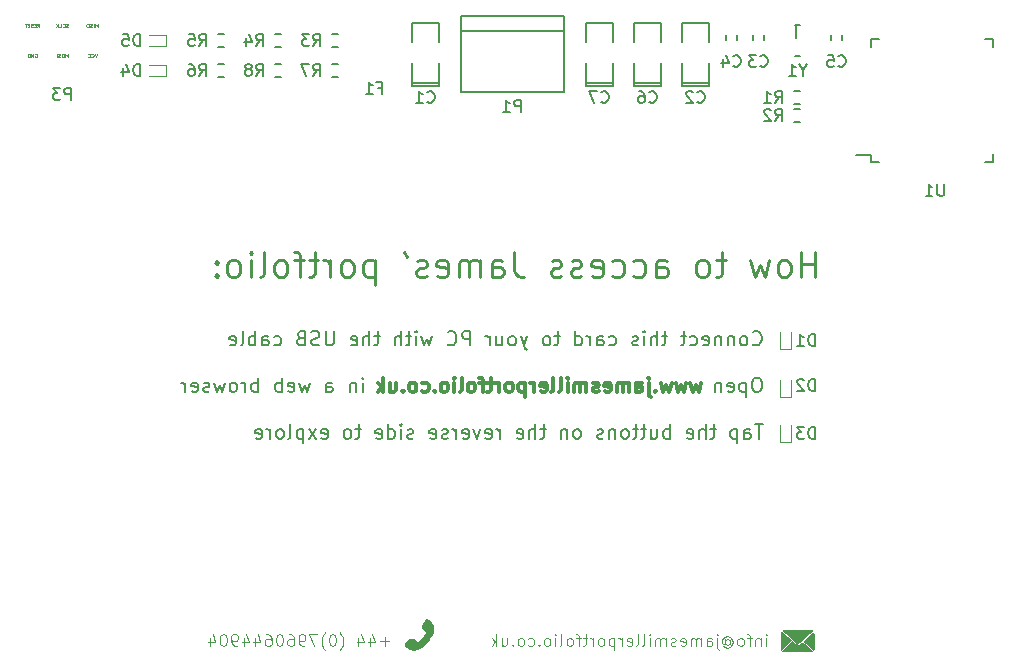
<source format=gbr>
G04 #@! TF.FileFunction,Legend,Bot*
%FSLAX46Y46*%
G04 Gerber Fmt 4.6, Leading zero omitted, Abs format (unit mm)*
G04 Created by KiCad (PCBNEW 4.0.4-stable) date Tuesday, 17 January 2017 'PMt' 21:45:39*
%MOMM*%
%LPD*%
G01*
G04 APERTURE LIST*
%ADD10C,0.100000*%
%ADD11C,0.175000*%
%ADD12C,0.050000*%
%ADD13C,0.300000*%
%ADD14C,0.250000*%
%ADD15C,0.150000*%
%ADD16C,0.010000*%
%ADD17C,0.120000*%
G04 APERTURE END LIST*
D10*
D11*
X182417141Y-99348571D02*
X182474284Y-99405714D01*
X182645713Y-99462857D01*
X182759999Y-99462857D01*
X182931427Y-99405714D01*
X183045713Y-99291429D01*
X183102856Y-99177143D01*
X183159999Y-98948571D01*
X183159999Y-98777143D01*
X183102856Y-98548571D01*
X183045713Y-98434286D01*
X182931427Y-98320000D01*
X182759999Y-98262857D01*
X182645713Y-98262857D01*
X182474284Y-98320000D01*
X182417141Y-98377143D01*
X181731427Y-99462857D02*
X181845713Y-99405714D01*
X181902856Y-99348571D01*
X181959999Y-99234286D01*
X181959999Y-98891429D01*
X181902856Y-98777143D01*
X181845713Y-98720000D01*
X181731427Y-98662857D01*
X181559999Y-98662857D01*
X181445713Y-98720000D01*
X181388570Y-98777143D01*
X181331427Y-98891429D01*
X181331427Y-99234286D01*
X181388570Y-99348571D01*
X181445713Y-99405714D01*
X181559999Y-99462857D01*
X181731427Y-99462857D01*
X180817142Y-98662857D02*
X180817142Y-99462857D01*
X180817142Y-98777143D02*
X180759999Y-98720000D01*
X180645713Y-98662857D01*
X180474285Y-98662857D01*
X180359999Y-98720000D01*
X180302856Y-98834286D01*
X180302856Y-99462857D01*
X179731428Y-98662857D02*
X179731428Y-99462857D01*
X179731428Y-98777143D02*
X179674285Y-98720000D01*
X179559999Y-98662857D01*
X179388571Y-98662857D01*
X179274285Y-98720000D01*
X179217142Y-98834286D01*
X179217142Y-99462857D01*
X178188571Y-99405714D02*
X178302857Y-99462857D01*
X178531428Y-99462857D01*
X178645714Y-99405714D01*
X178702857Y-99291429D01*
X178702857Y-98834286D01*
X178645714Y-98720000D01*
X178531428Y-98662857D01*
X178302857Y-98662857D01*
X178188571Y-98720000D01*
X178131428Y-98834286D01*
X178131428Y-98948571D01*
X178702857Y-99062857D01*
X177102857Y-99405714D02*
X177217143Y-99462857D01*
X177445714Y-99462857D01*
X177560000Y-99405714D01*
X177617143Y-99348571D01*
X177674286Y-99234286D01*
X177674286Y-98891429D01*
X177617143Y-98777143D01*
X177560000Y-98720000D01*
X177445714Y-98662857D01*
X177217143Y-98662857D01*
X177102857Y-98720000D01*
X176760000Y-98662857D02*
X176302857Y-98662857D01*
X176588572Y-98262857D02*
X176588572Y-99291429D01*
X176531429Y-99405714D01*
X176417143Y-99462857D01*
X176302857Y-99462857D01*
X175160000Y-98662857D02*
X174702857Y-98662857D01*
X174988572Y-98262857D02*
X174988572Y-99291429D01*
X174931429Y-99405714D01*
X174817143Y-99462857D01*
X174702857Y-99462857D01*
X174302858Y-99462857D02*
X174302858Y-98262857D01*
X173788572Y-99462857D02*
X173788572Y-98834286D01*
X173845715Y-98720000D01*
X173960001Y-98662857D01*
X174131429Y-98662857D01*
X174245715Y-98720000D01*
X174302858Y-98777143D01*
X173217144Y-99462857D02*
X173217144Y-98662857D01*
X173217144Y-98262857D02*
X173274287Y-98320000D01*
X173217144Y-98377143D01*
X173160001Y-98320000D01*
X173217144Y-98262857D01*
X173217144Y-98377143D01*
X172702858Y-99405714D02*
X172588572Y-99462857D01*
X172360000Y-99462857D01*
X172245715Y-99405714D01*
X172188572Y-99291429D01*
X172188572Y-99234286D01*
X172245715Y-99120000D01*
X172360000Y-99062857D01*
X172531429Y-99062857D01*
X172645715Y-99005714D01*
X172702858Y-98891429D01*
X172702858Y-98834286D01*
X172645715Y-98720000D01*
X172531429Y-98662857D01*
X172360000Y-98662857D01*
X172245715Y-98720000D01*
X170245714Y-99405714D02*
X170360000Y-99462857D01*
X170588571Y-99462857D01*
X170702857Y-99405714D01*
X170760000Y-99348571D01*
X170817143Y-99234286D01*
X170817143Y-98891429D01*
X170760000Y-98777143D01*
X170702857Y-98720000D01*
X170588571Y-98662857D01*
X170360000Y-98662857D01*
X170245714Y-98720000D01*
X169217143Y-99462857D02*
X169217143Y-98834286D01*
X169274286Y-98720000D01*
X169388572Y-98662857D01*
X169617143Y-98662857D01*
X169731429Y-98720000D01*
X169217143Y-99405714D02*
X169331429Y-99462857D01*
X169617143Y-99462857D01*
X169731429Y-99405714D01*
X169788572Y-99291429D01*
X169788572Y-99177143D01*
X169731429Y-99062857D01*
X169617143Y-99005714D01*
X169331429Y-99005714D01*
X169217143Y-98948571D01*
X168645715Y-99462857D02*
X168645715Y-98662857D01*
X168645715Y-98891429D02*
X168588572Y-98777143D01*
X168531429Y-98720000D01*
X168417143Y-98662857D01*
X168302858Y-98662857D01*
X167388572Y-99462857D02*
X167388572Y-98262857D01*
X167388572Y-99405714D02*
X167502858Y-99462857D01*
X167731429Y-99462857D01*
X167845715Y-99405714D01*
X167902858Y-99348571D01*
X167960001Y-99234286D01*
X167960001Y-98891429D01*
X167902858Y-98777143D01*
X167845715Y-98720000D01*
X167731429Y-98662857D01*
X167502858Y-98662857D01*
X167388572Y-98720000D01*
X166074286Y-98662857D02*
X165617143Y-98662857D01*
X165902858Y-98262857D02*
X165902858Y-99291429D01*
X165845715Y-99405714D01*
X165731429Y-99462857D01*
X165617143Y-99462857D01*
X165045715Y-99462857D02*
X165160001Y-99405714D01*
X165217144Y-99348571D01*
X165274287Y-99234286D01*
X165274287Y-98891429D01*
X165217144Y-98777143D01*
X165160001Y-98720000D01*
X165045715Y-98662857D01*
X164874287Y-98662857D01*
X164760001Y-98720000D01*
X164702858Y-98777143D01*
X164645715Y-98891429D01*
X164645715Y-99234286D01*
X164702858Y-99348571D01*
X164760001Y-99405714D01*
X164874287Y-99462857D01*
X165045715Y-99462857D01*
X163331429Y-98662857D02*
X163045715Y-99462857D01*
X162760001Y-98662857D02*
X163045715Y-99462857D01*
X163160001Y-99748571D01*
X163217144Y-99805714D01*
X163331429Y-99862857D01*
X162131429Y-99462857D02*
X162245715Y-99405714D01*
X162302858Y-99348571D01*
X162360001Y-99234286D01*
X162360001Y-98891429D01*
X162302858Y-98777143D01*
X162245715Y-98720000D01*
X162131429Y-98662857D01*
X161960001Y-98662857D01*
X161845715Y-98720000D01*
X161788572Y-98777143D01*
X161731429Y-98891429D01*
X161731429Y-99234286D01*
X161788572Y-99348571D01*
X161845715Y-99405714D01*
X161960001Y-99462857D01*
X162131429Y-99462857D01*
X160702858Y-98662857D02*
X160702858Y-99462857D01*
X161217144Y-98662857D02*
X161217144Y-99291429D01*
X161160001Y-99405714D01*
X161045715Y-99462857D01*
X160874287Y-99462857D01*
X160760001Y-99405714D01*
X160702858Y-99348571D01*
X160131430Y-99462857D02*
X160131430Y-98662857D01*
X160131430Y-98891429D02*
X160074287Y-98777143D01*
X160017144Y-98720000D01*
X159902858Y-98662857D01*
X159788573Y-98662857D01*
X158474287Y-99462857D02*
X158474287Y-98262857D01*
X158017144Y-98262857D01*
X157902858Y-98320000D01*
X157845715Y-98377143D01*
X157788572Y-98491429D01*
X157788572Y-98662857D01*
X157845715Y-98777143D01*
X157902858Y-98834286D01*
X158017144Y-98891429D01*
X158474287Y-98891429D01*
X156588572Y-99348571D02*
X156645715Y-99405714D01*
X156817144Y-99462857D01*
X156931430Y-99462857D01*
X157102858Y-99405714D01*
X157217144Y-99291429D01*
X157274287Y-99177143D01*
X157331430Y-98948571D01*
X157331430Y-98777143D01*
X157274287Y-98548571D01*
X157217144Y-98434286D01*
X157102858Y-98320000D01*
X156931430Y-98262857D01*
X156817144Y-98262857D01*
X156645715Y-98320000D01*
X156588572Y-98377143D01*
X155274286Y-98662857D02*
X155045715Y-99462857D01*
X154817144Y-98891429D01*
X154588572Y-99462857D01*
X154360001Y-98662857D01*
X153902858Y-99462857D02*
X153902858Y-98662857D01*
X153902858Y-98262857D02*
X153960001Y-98320000D01*
X153902858Y-98377143D01*
X153845715Y-98320000D01*
X153902858Y-98262857D01*
X153902858Y-98377143D01*
X153502857Y-98662857D02*
X153045714Y-98662857D01*
X153331429Y-98262857D02*
X153331429Y-99291429D01*
X153274286Y-99405714D01*
X153160000Y-99462857D01*
X153045714Y-99462857D01*
X152645715Y-99462857D02*
X152645715Y-98262857D01*
X152131429Y-99462857D02*
X152131429Y-98834286D01*
X152188572Y-98720000D01*
X152302858Y-98662857D01*
X152474286Y-98662857D01*
X152588572Y-98720000D01*
X152645715Y-98777143D01*
X150817143Y-98662857D02*
X150360000Y-98662857D01*
X150645715Y-98262857D02*
X150645715Y-99291429D01*
X150588572Y-99405714D01*
X150474286Y-99462857D01*
X150360000Y-99462857D01*
X149960001Y-99462857D02*
X149960001Y-98262857D01*
X149445715Y-99462857D02*
X149445715Y-98834286D01*
X149502858Y-98720000D01*
X149617144Y-98662857D01*
X149788572Y-98662857D01*
X149902858Y-98720000D01*
X149960001Y-98777143D01*
X148417144Y-99405714D02*
X148531430Y-99462857D01*
X148760001Y-99462857D01*
X148874287Y-99405714D01*
X148931430Y-99291429D01*
X148931430Y-98834286D01*
X148874287Y-98720000D01*
X148760001Y-98662857D01*
X148531430Y-98662857D01*
X148417144Y-98720000D01*
X148360001Y-98834286D01*
X148360001Y-98948571D01*
X148931430Y-99062857D01*
X146931430Y-98262857D02*
X146931430Y-99234286D01*
X146874287Y-99348571D01*
X146817144Y-99405714D01*
X146702858Y-99462857D01*
X146474287Y-99462857D01*
X146360001Y-99405714D01*
X146302858Y-99348571D01*
X146245715Y-99234286D01*
X146245715Y-98262857D01*
X145731430Y-99405714D02*
X145560001Y-99462857D01*
X145274287Y-99462857D01*
X145160001Y-99405714D01*
X145102858Y-99348571D01*
X145045715Y-99234286D01*
X145045715Y-99120000D01*
X145102858Y-99005714D01*
X145160001Y-98948571D01*
X145274287Y-98891429D01*
X145502858Y-98834286D01*
X145617144Y-98777143D01*
X145674287Y-98720000D01*
X145731430Y-98605714D01*
X145731430Y-98491429D01*
X145674287Y-98377143D01*
X145617144Y-98320000D01*
X145502858Y-98262857D01*
X145217144Y-98262857D01*
X145045715Y-98320000D01*
X144131430Y-98834286D02*
X143960001Y-98891429D01*
X143902858Y-98948571D01*
X143845715Y-99062857D01*
X143845715Y-99234286D01*
X143902858Y-99348571D01*
X143960001Y-99405714D01*
X144074287Y-99462857D01*
X144531430Y-99462857D01*
X144531430Y-98262857D01*
X144131430Y-98262857D01*
X144017144Y-98320000D01*
X143960001Y-98377143D01*
X143902858Y-98491429D01*
X143902858Y-98605714D01*
X143960001Y-98720000D01*
X144017144Y-98777143D01*
X144131430Y-98834286D01*
X144531430Y-98834286D01*
X141902858Y-99405714D02*
X142017144Y-99462857D01*
X142245715Y-99462857D01*
X142360001Y-99405714D01*
X142417144Y-99348571D01*
X142474287Y-99234286D01*
X142474287Y-98891429D01*
X142417144Y-98777143D01*
X142360001Y-98720000D01*
X142245715Y-98662857D01*
X142017144Y-98662857D01*
X141902858Y-98720000D01*
X140874287Y-99462857D02*
X140874287Y-98834286D01*
X140931430Y-98720000D01*
X141045716Y-98662857D01*
X141274287Y-98662857D01*
X141388573Y-98720000D01*
X140874287Y-99405714D02*
X140988573Y-99462857D01*
X141274287Y-99462857D01*
X141388573Y-99405714D01*
X141445716Y-99291429D01*
X141445716Y-99177143D01*
X141388573Y-99062857D01*
X141274287Y-99005714D01*
X140988573Y-99005714D01*
X140874287Y-98948571D01*
X140302859Y-99462857D02*
X140302859Y-98262857D01*
X140302859Y-98720000D02*
X140188573Y-98662857D01*
X139960002Y-98662857D01*
X139845716Y-98720000D01*
X139788573Y-98777143D01*
X139731430Y-98891429D01*
X139731430Y-99234286D01*
X139788573Y-99348571D01*
X139845716Y-99405714D01*
X139960002Y-99462857D01*
X140188573Y-99462857D01*
X140302859Y-99405714D01*
X139045716Y-99462857D02*
X139160002Y-99405714D01*
X139217145Y-99291429D01*
X139217145Y-98262857D01*
X138131431Y-99405714D02*
X138245717Y-99462857D01*
X138474288Y-99462857D01*
X138588574Y-99405714D01*
X138645717Y-99291429D01*
X138645717Y-98834286D01*
X138588574Y-98720000D01*
X138474288Y-98662857D01*
X138245717Y-98662857D01*
X138131431Y-98720000D01*
X138074288Y-98834286D01*
X138074288Y-98948571D01*
X138645717Y-99062857D01*
X182874284Y-102212857D02*
X182645713Y-102212857D01*
X182531427Y-102270000D01*
X182417141Y-102384286D01*
X182359999Y-102612857D01*
X182359999Y-103012857D01*
X182417141Y-103241429D01*
X182531427Y-103355714D01*
X182645713Y-103412857D01*
X182874284Y-103412857D01*
X182988570Y-103355714D01*
X183102856Y-103241429D01*
X183159999Y-103012857D01*
X183159999Y-102612857D01*
X183102856Y-102384286D01*
X182988570Y-102270000D01*
X182874284Y-102212857D01*
X181845713Y-102612857D02*
X181845713Y-103812857D01*
X181845713Y-102670000D02*
X181731427Y-102612857D01*
X181502856Y-102612857D01*
X181388570Y-102670000D01*
X181331427Y-102727143D01*
X181274284Y-102841429D01*
X181274284Y-103184286D01*
X181331427Y-103298571D01*
X181388570Y-103355714D01*
X181502856Y-103412857D01*
X181731427Y-103412857D01*
X181845713Y-103355714D01*
X180302856Y-103355714D02*
X180417142Y-103412857D01*
X180645713Y-103412857D01*
X180759999Y-103355714D01*
X180817142Y-103241429D01*
X180817142Y-102784286D01*
X180759999Y-102670000D01*
X180645713Y-102612857D01*
X180417142Y-102612857D01*
X180302856Y-102670000D01*
X180245713Y-102784286D01*
X180245713Y-102898571D01*
X180817142Y-103012857D01*
X179731428Y-102612857D02*
X179731428Y-103412857D01*
X179731428Y-102727143D02*
X179674285Y-102670000D01*
X179559999Y-102612857D01*
X179388571Y-102612857D01*
X179274285Y-102670000D01*
X179217142Y-102784286D01*
X179217142Y-103412857D01*
X149388562Y-103412857D02*
X149388562Y-102612857D01*
X149388562Y-102212857D02*
X149445705Y-102270000D01*
X149388562Y-102327143D01*
X149331419Y-102270000D01*
X149388562Y-102212857D01*
X149388562Y-102327143D01*
X148817133Y-102612857D02*
X148817133Y-103412857D01*
X148817133Y-102727143D02*
X148759990Y-102670000D01*
X148645704Y-102612857D01*
X148474276Y-102612857D01*
X148359990Y-102670000D01*
X148302847Y-102784286D01*
X148302847Y-103412857D01*
X146302847Y-103412857D02*
X146302847Y-102784286D01*
X146359990Y-102670000D01*
X146474276Y-102612857D01*
X146702847Y-102612857D01*
X146817133Y-102670000D01*
X146302847Y-103355714D02*
X146417133Y-103412857D01*
X146702847Y-103412857D01*
X146817133Y-103355714D01*
X146874276Y-103241429D01*
X146874276Y-103127143D01*
X146817133Y-103012857D01*
X146702847Y-102955714D01*
X146417133Y-102955714D01*
X146302847Y-102898571D01*
X144931418Y-102612857D02*
X144702847Y-103412857D01*
X144474276Y-102841429D01*
X144245704Y-103412857D01*
X144017133Y-102612857D01*
X143102847Y-103355714D02*
X143217133Y-103412857D01*
X143445704Y-103412857D01*
X143559990Y-103355714D01*
X143617133Y-103241429D01*
X143617133Y-102784286D01*
X143559990Y-102670000D01*
X143445704Y-102612857D01*
X143217133Y-102612857D01*
X143102847Y-102670000D01*
X143045704Y-102784286D01*
X143045704Y-102898571D01*
X143617133Y-103012857D01*
X142531419Y-103412857D02*
X142531419Y-102212857D01*
X142531419Y-102670000D02*
X142417133Y-102612857D01*
X142188562Y-102612857D01*
X142074276Y-102670000D01*
X142017133Y-102727143D01*
X141959990Y-102841429D01*
X141959990Y-103184286D01*
X142017133Y-103298571D01*
X142074276Y-103355714D01*
X142188562Y-103412857D01*
X142417133Y-103412857D01*
X142531419Y-103355714D01*
X140531419Y-103412857D02*
X140531419Y-102212857D01*
X140531419Y-102670000D02*
X140417133Y-102612857D01*
X140188562Y-102612857D01*
X140074276Y-102670000D01*
X140017133Y-102727143D01*
X139959990Y-102841429D01*
X139959990Y-103184286D01*
X140017133Y-103298571D01*
X140074276Y-103355714D01*
X140188562Y-103412857D01*
X140417133Y-103412857D01*
X140531419Y-103355714D01*
X139445705Y-103412857D02*
X139445705Y-102612857D01*
X139445705Y-102841429D02*
X139388562Y-102727143D01*
X139331419Y-102670000D01*
X139217133Y-102612857D01*
X139102848Y-102612857D01*
X138531419Y-103412857D02*
X138645705Y-103355714D01*
X138702848Y-103298571D01*
X138759991Y-103184286D01*
X138759991Y-102841429D01*
X138702848Y-102727143D01*
X138645705Y-102670000D01*
X138531419Y-102612857D01*
X138359991Y-102612857D01*
X138245705Y-102670000D01*
X138188562Y-102727143D01*
X138131419Y-102841429D01*
X138131419Y-103184286D01*
X138188562Y-103298571D01*
X138245705Y-103355714D01*
X138359991Y-103412857D01*
X138531419Y-103412857D01*
X137731419Y-102612857D02*
X137502848Y-103412857D01*
X137274277Y-102841429D01*
X137045705Y-103412857D01*
X136817134Y-102612857D01*
X136417134Y-103355714D02*
X136302848Y-103412857D01*
X136074276Y-103412857D01*
X135959991Y-103355714D01*
X135902848Y-103241429D01*
X135902848Y-103184286D01*
X135959991Y-103070000D01*
X136074276Y-103012857D01*
X136245705Y-103012857D01*
X136359991Y-102955714D01*
X136417134Y-102841429D01*
X136417134Y-102784286D01*
X136359991Y-102670000D01*
X136245705Y-102612857D01*
X136074276Y-102612857D01*
X135959991Y-102670000D01*
X134931419Y-103355714D02*
X135045705Y-103412857D01*
X135274276Y-103412857D01*
X135388562Y-103355714D01*
X135445705Y-103241429D01*
X135445705Y-102784286D01*
X135388562Y-102670000D01*
X135274276Y-102612857D01*
X135045705Y-102612857D01*
X134931419Y-102670000D01*
X134874276Y-102784286D01*
X134874276Y-102898571D01*
X135445705Y-103012857D01*
X134359991Y-103412857D02*
X134359991Y-102612857D01*
X134359991Y-102841429D02*
X134302848Y-102727143D01*
X134245705Y-102670000D01*
X134131419Y-102612857D01*
X134017134Y-102612857D01*
X183274284Y-106162857D02*
X182588570Y-106162857D01*
X182931427Y-107362857D02*
X182931427Y-106162857D01*
X181674284Y-107362857D02*
X181674284Y-106734286D01*
X181731427Y-106620000D01*
X181845713Y-106562857D01*
X182074284Y-106562857D01*
X182188570Y-106620000D01*
X181674284Y-107305714D02*
X181788570Y-107362857D01*
X182074284Y-107362857D01*
X182188570Y-107305714D01*
X182245713Y-107191429D01*
X182245713Y-107077143D01*
X182188570Y-106962857D01*
X182074284Y-106905714D01*
X181788570Y-106905714D01*
X181674284Y-106848571D01*
X181102856Y-106562857D02*
X181102856Y-107762857D01*
X181102856Y-106620000D02*
X180988570Y-106562857D01*
X180759999Y-106562857D01*
X180645713Y-106620000D01*
X180588570Y-106677143D01*
X180531427Y-106791429D01*
X180531427Y-107134286D01*
X180588570Y-107248571D01*
X180645713Y-107305714D01*
X180759999Y-107362857D01*
X180988570Y-107362857D01*
X181102856Y-107305714D01*
X179274284Y-106562857D02*
X178817141Y-106562857D01*
X179102856Y-106162857D02*
X179102856Y-107191429D01*
X179045713Y-107305714D01*
X178931427Y-107362857D01*
X178817141Y-107362857D01*
X178417142Y-107362857D02*
X178417142Y-106162857D01*
X177902856Y-107362857D02*
X177902856Y-106734286D01*
X177959999Y-106620000D01*
X178074285Y-106562857D01*
X178245713Y-106562857D01*
X178359999Y-106620000D01*
X178417142Y-106677143D01*
X176874285Y-107305714D02*
X176988571Y-107362857D01*
X177217142Y-107362857D01*
X177331428Y-107305714D01*
X177388571Y-107191429D01*
X177388571Y-106734286D01*
X177331428Y-106620000D01*
X177217142Y-106562857D01*
X176988571Y-106562857D01*
X176874285Y-106620000D01*
X176817142Y-106734286D01*
X176817142Y-106848571D01*
X177388571Y-106962857D01*
X175388571Y-107362857D02*
X175388571Y-106162857D01*
X175388571Y-106620000D02*
X175274285Y-106562857D01*
X175045714Y-106562857D01*
X174931428Y-106620000D01*
X174874285Y-106677143D01*
X174817142Y-106791429D01*
X174817142Y-107134286D01*
X174874285Y-107248571D01*
X174931428Y-107305714D01*
X175045714Y-107362857D01*
X175274285Y-107362857D01*
X175388571Y-107305714D01*
X173788571Y-106562857D02*
X173788571Y-107362857D01*
X174302857Y-106562857D02*
X174302857Y-107191429D01*
X174245714Y-107305714D01*
X174131428Y-107362857D01*
X173960000Y-107362857D01*
X173845714Y-107305714D01*
X173788571Y-107248571D01*
X173388571Y-106562857D02*
X172931428Y-106562857D01*
X173217143Y-106162857D02*
X173217143Y-107191429D01*
X173160000Y-107305714D01*
X173045714Y-107362857D01*
X172931428Y-107362857D01*
X172702857Y-106562857D02*
X172245714Y-106562857D01*
X172531429Y-106162857D02*
X172531429Y-107191429D01*
X172474286Y-107305714D01*
X172360000Y-107362857D01*
X172245714Y-107362857D01*
X171674286Y-107362857D02*
X171788572Y-107305714D01*
X171845715Y-107248571D01*
X171902858Y-107134286D01*
X171902858Y-106791429D01*
X171845715Y-106677143D01*
X171788572Y-106620000D01*
X171674286Y-106562857D01*
X171502858Y-106562857D01*
X171388572Y-106620000D01*
X171331429Y-106677143D01*
X171274286Y-106791429D01*
X171274286Y-107134286D01*
X171331429Y-107248571D01*
X171388572Y-107305714D01*
X171502858Y-107362857D01*
X171674286Y-107362857D01*
X170760001Y-106562857D02*
X170760001Y-107362857D01*
X170760001Y-106677143D02*
X170702858Y-106620000D01*
X170588572Y-106562857D01*
X170417144Y-106562857D01*
X170302858Y-106620000D01*
X170245715Y-106734286D01*
X170245715Y-107362857D01*
X169731430Y-107305714D02*
X169617144Y-107362857D01*
X169388572Y-107362857D01*
X169274287Y-107305714D01*
X169217144Y-107191429D01*
X169217144Y-107134286D01*
X169274287Y-107020000D01*
X169388572Y-106962857D01*
X169560001Y-106962857D01*
X169674287Y-106905714D01*
X169731430Y-106791429D01*
X169731430Y-106734286D01*
X169674287Y-106620000D01*
X169560001Y-106562857D01*
X169388572Y-106562857D01*
X169274287Y-106620000D01*
X167617143Y-107362857D02*
X167731429Y-107305714D01*
X167788572Y-107248571D01*
X167845715Y-107134286D01*
X167845715Y-106791429D01*
X167788572Y-106677143D01*
X167731429Y-106620000D01*
X167617143Y-106562857D01*
X167445715Y-106562857D01*
X167331429Y-106620000D01*
X167274286Y-106677143D01*
X167217143Y-106791429D01*
X167217143Y-107134286D01*
X167274286Y-107248571D01*
X167331429Y-107305714D01*
X167445715Y-107362857D01*
X167617143Y-107362857D01*
X166702858Y-106562857D02*
X166702858Y-107362857D01*
X166702858Y-106677143D02*
X166645715Y-106620000D01*
X166531429Y-106562857D01*
X166360001Y-106562857D01*
X166245715Y-106620000D01*
X166188572Y-106734286D01*
X166188572Y-107362857D01*
X164874286Y-106562857D02*
X164417143Y-106562857D01*
X164702858Y-106162857D02*
X164702858Y-107191429D01*
X164645715Y-107305714D01*
X164531429Y-107362857D01*
X164417143Y-107362857D01*
X164017144Y-107362857D02*
X164017144Y-106162857D01*
X163502858Y-107362857D02*
X163502858Y-106734286D01*
X163560001Y-106620000D01*
X163674287Y-106562857D01*
X163845715Y-106562857D01*
X163960001Y-106620000D01*
X164017144Y-106677143D01*
X162474287Y-107305714D02*
X162588573Y-107362857D01*
X162817144Y-107362857D01*
X162931430Y-107305714D01*
X162988573Y-107191429D01*
X162988573Y-106734286D01*
X162931430Y-106620000D01*
X162817144Y-106562857D01*
X162588573Y-106562857D01*
X162474287Y-106620000D01*
X162417144Y-106734286D01*
X162417144Y-106848571D01*
X162988573Y-106962857D01*
X160988573Y-107362857D02*
X160988573Y-106562857D01*
X160988573Y-106791429D02*
X160931430Y-106677143D01*
X160874287Y-106620000D01*
X160760001Y-106562857D01*
X160645716Y-106562857D01*
X159788573Y-107305714D02*
X159902859Y-107362857D01*
X160131430Y-107362857D01*
X160245716Y-107305714D01*
X160302859Y-107191429D01*
X160302859Y-106734286D01*
X160245716Y-106620000D01*
X160131430Y-106562857D01*
X159902859Y-106562857D01*
X159788573Y-106620000D01*
X159731430Y-106734286D01*
X159731430Y-106848571D01*
X160302859Y-106962857D01*
X159331430Y-106562857D02*
X159045716Y-107362857D01*
X158760002Y-106562857D01*
X157845716Y-107305714D02*
X157960002Y-107362857D01*
X158188573Y-107362857D01*
X158302859Y-107305714D01*
X158360002Y-107191429D01*
X158360002Y-106734286D01*
X158302859Y-106620000D01*
X158188573Y-106562857D01*
X157960002Y-106562857D01*
X157845716Y-106620000D01*
X157788573Y-106734286D01*
X157788573Y-106848571D01*
X158360002Y-106962857D01*
X157274288Y-107362857D02*
X157274288Y-106562857D01*
X157274288Y-106791429D02*
X157217145Y-106677143D01*
X157160002Y-106620000D01*
X157045716Y-106562857D01*
X156931431Y-106562857D01*
X156588574Y-107305714D02*
X156474288Y-107362857D01*
X156245716Y-107362857D01*
X156131431Y-107305714D01*
X156074288Y-107191429D01*
X156074288Y-107134286D01*
X156131431Y-107020000D01*
X156245716Y-106962857D01*
X156417145Y-106962857D01*
X156531431Y-106905714D01*
X156588574Y-106791429D01*
X156588574Y-106734286D01*
X156531431Y-106620000D01*
X156417145Y-106562857D01*
X156245716Y-106562857D01*
X156131431Y-106620000D01*
X155102859Y-107305714D02*
X155217145Y-107362857D01*
X155445716Y-107362857D01*
X155560002Y-107305714D01*
X155617145Y-107191429D01*
X155617145Y-106734286D01*
X155560002Y-106620000D01*
X155445716Y-106562857D01*
X155217145Y-106562857D01*
X155102859Y-106620000D01*
X155045716Y-106734286D01*
X155045716Y-106848571D01*
X155617145Y-106962857D01*
X153674288Y-107305714D02*
X153560002Y-107362857D01*
X153331430Y-107362857D01*
X153217145Y-107305714D01*
X153160002Y-107191429D01*
X153160002Y-107134286D01*
X153217145Y-107020000D01*
X153331430Y-106962857D01*
X153502859Y-106962857D01*
X153617145Y-106905714D01*
X153674288Y-106791429D01*
X153674288Y-106734286D01*
X153617145Y-106620000D01*
X153502859Y-106562857D01*
X153331430Y-106562857D01*
X153217145Y-106620000D01*
X152645716Y-107362857D02*
X152645716Y-106562857D01*
X152645716Y-106162857D02*
X152702859Y-106220000D01*
X152645716Y-106277143D01*
X152588573Y-106220000D01*
X152645716Y-106162857D01*
X152645716Y-106277143D01*
X151560001Y-107362857D02*
X151560001Y-106162857D01*
X151560001Y-107305714D02*
X151674287Y-107362857D01*
X151902858Y-107362857D01*
X152017144Y-107305714D01*
X152074287Y-107248571D01*
X152131430Y-107134286D01*
X152131430Y-106791429D01*
X152074287Y-106677143D01*
X152017144Y-106620000D01*
X151902858Y-106562857D01*
X151674287Y-106562857D01*
X151560001Y-106620000D01*
X150531430Y-107305714D02*
X150645716Y-107362857D01*
X150874287Y-107362857D01*
X150988573Y-107305714D01*
X151045716Y-107191429D01*
X151045716Y-106734286D01*
X150988573Y-106620000D01*
X150874287Y-106562857D01*
X150645716Y-106562857D01*
X150531430Y-106620000D01*
X150474287Y-106734286D01*
X150474287Y-106848571D01*
X151045716Y-106962857D01*
X149217144Y-106562857D02*
X148760001Y-106562857D01*
X149045716Y-106162857D02*
X149045716Y-107191429D01*
X148988573Y-107305714D01*
X148874287Y-107362857D01*
X148760001Y-107362857D01*
X148188573Y-107362857D02*
X148302859Y-107305714D01*
X148360002Y-107248571D01*
X148417145Y-107134286D01*
X148417145Y-106791429D01*
X148360002Y-106677143D01*
X148302859Y-106620000D01*
X148188573Y-106562857D01*
X148017145Y-106562857D01*
X147902859Y-106620000D01*
X147845716Y-106677143D01*
X147788573Y-106791429D01*
X147788573Y-107134286D01*
X147845716Y-107248571D01*
X147902859Y-107305714D01*
X148017145Y-107362857D01*
X148188573Y-107362857D01*
X145902859Y-107305714D02*
X146017145Y-107362857D01*
X146245716Y-107362857D01*
X146360002Y-107305714D01*
X146417145Y-107191429D01*
X146417145Y-106734286D01*
X146360002Y-106620000D01*
X146245716Y-106562857D01*
X146017145Y-106562857D01*
X145902859Y-106620000D01*
X145845716Y-106734286D01*
X145845716Y-106848571D01*
X146417145Y-106962857D01*
X145445716Y-107362857D02*
X144817145Y-106562857D01*
X145445716Y-106562857D02*
X144817145Y-107362857D01*
X144360002Y-106562857D02*
X144360002Y-107762857D01*
X144360002Y-106620000D02*
X144245716Y-106562857D01*
X144017145Y-106562857D01*
X143902859Y-106620000D01*
X143845716Y-106677143D01*
X143788573Y-106791429D01*
X143788573Y-107134286D01*
X143845716Y-107248571D01*
X143902859Y-107305714D01*
X144017145Y-107362857D01*
X144245716Y-107362857D01*
X144360002Y-107305714D01*
X143102859Y-107362857D02*
X143217145Y-107305714D01*
X143274288Y-107191429D01*
X143274288Y-106162857D01*
X142474288Y-107362857D02*
X142588574Y-107305714D01*
X142645717Y-107248571D01*
X142702860Y-107134286D01*
X142702860Y-106791429D01*
X142645717Y-106677143D01*
X142588574Y-106620000D01*
X142474288Y-106562857D01*
X142302860Y-106562857D01*
X142188574Y-106620000D01*
X142131431Y-106677143D01*
X142074288Y-106791429D01*
X142074288Y-107134286D01*
X142131431Y-107248571D01*
X142188574Y-107305714D01*
X142302860Y-107362857D01*
X142474288Y-107362857D01*
X141560003Y-107362857D02*
X141560003Y-106562857D01*
X141560003Y-106791429D02*
X141502860Y-106677143D01*
X141445717Y-106620000D01*
X141331431Y-106562857D01*
X141217146Y-106562857D01*
X140360003Y-107305714D02*
X140474289Y-107362857D01*
X140702860Y-107362857D01*
X140817146Y-107305714D01*
X140874289Y-107191429D01*
X140874289Y-106734286D01*
X140817146Y-106620000D01*
X140702860Y-106562857D01*
X140474289Y-106562857D01*
X140360003Y-106620000D01*
X140302860Y-106734286D01*
X140302860Y-106848571D01*
X140874289Y-106962857D01*
D12*
X121640572Y-74780000D02*
X121669143Y-74765714D01*
X121712000Y-74765714D01*
X121754857Y-74780000D01*
X121783429Y-74808571D01*
X121797714Y-74837143D01*
X121812000Y-74894286D01*
X121812000Y-74937143D01*
X121797714Y-74994286D01*
X121783429Y-75022857D01*
X121754857Y-75051429D01*
X121712000Y-75065714D01*
X121683429Y-75065714D01*
X121640572Y-75051429D01*
X121626286Y-75037143D01*
X121626286Y-74937143D01*
X121683429Y-74937143D01*
X121497714Y-75065714D02*
X121497714Y-74765714D01*
X121326286Y-75065714D01*
X121326286Y-74765714D01*
X121183428Y-75065714D02*
X121183428Y-74765714D01*
X121112000Y-74765714D01*
X121069143Y-74780000D01*
X121040571Y-74808571D01*
X121026286Y-74837143D01*
X121012000Y-74894286D01*
X121012000Y-74937143D01*
X121026286Y-74994286D01*
X121040571Y-75022857D01*
X121069143Y-75051429D01*
X121112000Y-75065714D01*
X121183428Y-75065714D01*
X124423428Y-75065714D02*
X124423428Y-74765714D01*
X124323428Y-74980000D01*
X124223428Y-74765714D01*
X124223428Y-75065714D01*
X124023429Y-74765714D02*
X123966286Y-74765714D01*
X123937714Y-74780000D01*
X123909143Y-74808571D01*
X123894857Y-74865714D01*
X123894857Y-74965714D01*
X123909143Y-75022857D01*
X123937714Y-75051429D01*
X123966286Y-75065714D01*
X124023429Y-75065714D01*
X124052000Y-75051429D01*
X124080571Y-75022857D01*
X124094857Y-74965714D01*
X124094857Y-74865714D01*
X124080571Y-74808571D01*
X124052000Y-74780000D01*
X124023429Y-74765714D01*
X123780571Y-75051429D02*
X123737714Y-75065714D01*
X123666285Y-75065714D01*
X123637714Y-75051429D01*
X123623428Y-75037143D01*
X123609143Y-75008571D01*
X123609143Y-74980000D01*
X123623428Y-74951429D01*
X123637714Y-74937143D01*
X123666285Y-74922857D01*
X123723428Y-74908571D01*
X123752000Y-74894286D01*
X123766285Y-74880000D01*
X123780571Y-74851429D01*
X123780571Y-74822857D01*
X123766285Y-74794286D01*
X123752000Y-74780000D01*
X123723428Y-74765714D01*
X123652000Y-74765714D01*
X123609143Y-74780000D01*
X123480571Y-75065714D02*
X123480571Y-74765714D01*
X126892000Y-74765714D02*
X126792000Y-75065714D01*
X126692000Y-74765714D01*
X126420571Y-75037143D02*
X126434857Y-75051429D01*
X126477714Y-75065714D01*
X126506285Y-75065714D01*
X126549142Y-75051429D01*
X126577714Y-75022857D01*
X126591999Y-74994286D01*
X126606285Y-74937143D01*
X126606285Y-74894286D01*
X126591999Y-74837143D01*
X126577714Y-74808571D01*
X126549142Y-74780000D01*
X126506285Y-74765714D01*
X126477714Y-74765714D01*
X126434857Y-74780000D01*
X126420571Y-74794286D01*
X126120571Y-75037143D02*
X126134857Y-75051429D01*
X126177714Y-75065714D01*
X126206285Y-75065714D01*
X126249142Y-75051429D01*
X126277714Y-75022857D01*
X126291999Y-74994286D01*
X126306285Y-74937143D01*
X126306285Y-74894286D01*
X126291999Y-74837143D01*
X126277714Y-74808571D01*
X126249142Y-74780000D01*
X126206285Y-74765714D01*
X126177714Y-74765714D01*
X126134857Y-74780000D01*
X126120571Y-74794286D01*
X126963428Y-72525714D02*
X126963428Y-72225714D01*
X126863428Y-72440000D01*
X126763428Y-72225714D01*
X126763428Y-72525714D01*
X126620571Y-72525714D02*
X126620571Y-72225714D01*
X126492000Y-72511429D02*
X126449143Y-72525714D01*
X126377714Y-72525714D01*
X126349143Y-72511429D01*
X126334857Y-72497143D01*
X126320572Y-72468571D01*
X126320572Y-72440000D01*
X126334857Y-72411429D01*
X126349143Y-72397143D01*
X126377714Y-72382857D01*
X126434857Y-72368571D01*
X126463429Y-72354286D01*
X126477714Y-72340000D01*
X126492000Y-72311429D01*
X126492000Y-72282857D01*
X126477714Y-72254286D01*
X126463429Y-72240000D01*
X126434857Y-72225714D01*
X126363429Y-72225714D01*
X126320572Y-72240000D01*
X126134858Y-72225714D02*
X126077715Y-72225714D01*
X126049143Y-72240000D01*
X126020572Y-72268571D01*
X126006286Y-72325714D01*
X126006286Y-72425714D01*
X126020572Y-72482857D01*
X126049143Y-72511429D01*
X126077715Y-72525714D01*
X126134858Y-72525714D01*
X126163429Y-72511429D01*
X126192000Y-72482857D01*
X126206286Y-72425714D01*
X126206286Y-72325714D01*
X126192000Y-72268571D01*
X126163429Y-72240000D01*
X126134858Y-72225714D01*
X124459142Y-72511429D02*
X124416285Y-72525714D01*
X124344856Y-72525714D01*
X124316285Y-72511429D01*
X124301999Y-72497143D01*
X124287714Y-72468571D01*
X124287714Y-72440000D01*
X124301999Y-72411429D01*
X124316285Y-72397143D01*
X124344856Y-72382857D01*
X124401999Y-72368571D01*
X124430571Y-72354286D01*
X124444856Y-72340000D01*
X124459142Y-72311429D01*
X124459142Y-72282857D01*
X124444856Y-72254286D01*
X124430571Y-72240000D01*
X124401999Y-72225714D01*
X124330571Y-72225714D01*
X124287714Y-72240000D01*
X123987714Y-72497143D02*
X124002000Y-72511429D01*
X124044857Y-72525714D01*
X124073428Y-72525714D01*
X124116285Y-72511429D01*
X124144857Y-72482857D01*
X124159142Y-72454286D01*
X124173428Y-72397143D01*
X124173428Y-72354286D01*
X124159142Y-72297143D01*
X124144857Y-72268571D01*
X124116285Y-72240000D01*
X124073428Y-72225714D01*
X124044857Y-72225714D01*
X124002000Y-72240000D01*
X123987714Y-72254286D01*
X123716285Y-72525714D02*
X123859142Y-72525714D01*
X123859142Y-72225714D01*
X123616285Y-72525714D02*
X123616285Y-72225714D01*
X123444857Y-72525714D02*
X123573428Y-72354286D01*
X123444857Y-72225714D02*
X123616285Y-72397143D01*
X121847714Y-72525714D02*
X121947714Y-72382857D01*
X122019142Y-72525714D02*
X122019142Y-72225714D01*
X121904857Y-72225714D01*
X121876285Y-72240000D01*
X121862000Y-72254286D01*
X121847714Y-72282857D01*
X121847714Y-72325714D01*
X121862000Y-72354286D01*
X121876285Y-72368571D01*
X121904857Y-72382857D01*
X122019142Y-72382857D01*
X121719142Y-72368571D02*
X121619142Y-72368571D01*
X121576285Y-72525714D02*
X121719142Y-72525714D01*
X121719142Y-72225714D01*
X121576285Y-72225714D01*
X121461999Y-72511429D02*
X121419142Y-72525714D01*
X121347713Y-72525714D01*
X121319142Y-72511429D01*
X121304856Y-72497143D01*
X121290571Y-72468571D01*
X121290571Y-72440000D01*
X121304856Y-72411429D01*
X121319142Y-72397143D01*
X121347713Y-72382857D01*
X121404856Y-72368571D01*
X121433428Y-72354286D01*
X121447713Y-72340000D01*
X121461999Y-72311429D01*
X121461999Y-72282857D01*
X121447713Y-72254286D01*
X121433428Y-72240000D01*
X121404856Y-72225714D01*
X121333428Y-72225714D01*
X121290571Y-72240000D01*
X121161999Y-72368571D02*
X121061999Y-72368571D01*
X121019142Y-72525714D02*
X121161999Y-72525714D01*
X121161999Y-72225714D01*
X121019142Y-72225714D01*
X120933428Y-72225714D02*
X120761999Y-72225714D01*
X120847713Y-72525714D02*
X120847713Y-72225714D01*
D10*
X183553239Y-124912381D02*
X183553239Y-124245714D01*
X183553239Y-123912381D02*
X183600858Y-123960000D01*
X183553239Y-124007619D01*
X183505620Y-123960000D01*
X183553239Y-123912381D01*
X183553239Y-124007619D01*
X183077049Y-124245714D02*
X183077049Y-124912381D01*
X183077049Y-124340952D02*
X183029430Y-124293333D01*
X182934192Y-124245714D01*
X182791334Y-124245714D01*
X182696096Y-124293333D01*
X182648477Y-124388571D01*
X182648477Y-124912381D01*
X182315144Y-124245714D02*
X181934192Y-124245714D01*
X182172287Y-124912381D02*
X182172287Y-124055238D01*
X182124668Y-123960000D01*
X182029430Y-123912381D01*
X181934192Y-123912381D01*
X181458001Y-124912381D02*
X181553239Y-124864762D01*
X181600858Y-124817143D01*
X181648477Y-124721905D01*
X181648477Y-124436190D01*
X181600858Y-124340952D01*
X181553239Y-124293333D01*
X181458001Y-124245714D01*
X181315143Y-124245714D01*
X181219905Y-124293333D01*
X181172286Y-124340952D01*
X181124667Y-124436190D01*
X181124667Y-124721905D01*
X181172286Y-124817143D01*
X181219905Y-124864762D01*
X181315143Y-124912381D01*
X181458001Y-124912381D01*
X180077048Y-124436190D02*
X180124667Y-124388571D01*
X180219905Y-124340952D01*
X180315143Y-124340952D01*
X180410381Y-124388571D01*
X180458001Y-124436190D01*
X180505620Y-124531429D01*
X180505620Y-124626667D01*
X180458001Y-124721905D01*
X180410381Y-124769524D01*
X180315143Y-124817143D01*
X180219905Y-124817143D01*
X180124667Y-124769524D01*
X180077048Y-124721905D01*
X180077048Y-124340952D02*
X180077048Y-124721905D01*
X180029429Y-124769524D01*
X179981810Y-124769524D01*
X179886572Y-124721905D01*
X179838953Y-124626667D01*
X179838953Y-124388571D01*
X179934191Y-124245714D01*
X180077048Y-124150476D01*
X180267524Y-124102857D01*
X180458001Y-124150476D01*
X180600858Y-124245714D01*
X180696096Y-124388571D01*
X180743715Y-124579048D01*
X180696096Y-124769524D01*
X180600858Y-124912381D01*
X180458001Y-125007619D01*
X180267524Y-125055238D01*
X180077048Y-125007619D01*
X179934191Y-124912381D01*
X179410382Y-124245714D02*
X179410382Y-125102857D01*
X179458001Y-125198095D01*
X179553239Y-125245714D01*
X179600858Y-125245714D01*
X179410382Y-123912381D02*
X179458001Y-123960000D01*
X179410382Y-124007619D01*
X179362763Y-123960000D01*
X179410382Y-123912381D01*
X179410382Y-124007619D01*
X178505620Y-124912381D02*
X178505620Y-124388571D01*
X178553239Y-124293333D01*
X178648477Y-124245714D01*
X178838954Y-124245714D01*
X178934192Y-124293333D01*
X178505620Y-124864762D02*
X178600858Y-124912381D01*
X178838954Y-124912381D01*
X178934192Y-124864762D01*
X178981811Y-124769524D01*
X178981811Y-124674286D01*
X178934192Y-124579048D01*
X178838954Y-124531429D01*
X178600858Y-124531429D01*
X178505620Y-124483810D01*
X178029430Y-124912381D02*
X178029430Y-124245714D01*
X178029430Y-124340952D02*
X177981811Y-124293333D01*
X177886573Y-124245714D01*
X177743715Y-124245714D01*
X177648477Y-124293333D01*
X177600858Y-124388571D01*
X177600858Y-124912381D01*
X177600858Y-124388571D02*
X177553239Y-124293333D01*
X177458001Y-124245714D01*
X177315144Y-124245714D01*
X177219906Y-124293333D01*
X177172287Y-124388571D01*
X177172287Y-124912381D01*
X176315144Y-124864762D02*
X176410382Y-124912381D01*
X176600859Y-124912381D01*
X176696097Y-124864762D01*
X176743716Y-124769524D01*
X176743716Y-124388571D01*
X176696097Y-124293333D01*
X176600859Y-124245714D01*
X176410382Y-124245714D01*
X176315144Y-124293333D01*
X176267525Y-124388571D01*
X176267525Y-124483810D01*
X176743716Y-124579048D01*
X175886573Y-124864762D02*
X175791335Y-124912381D01*
X175600859Y-124912381D01*
X175505620Y-124864762D01*
X175458001Y-124769524D01*
X175458001Y-124721905D01*
X175505620Y-124626667D01*
X175600859Y-124579048D01*
X175743716Y-124579048D01*
X175838954Y-124531429D01*
X175886573Y-124436190D01*
X175886573Y-124388571D01*
X175838954Y-124293333D01*
X175743716Y-124245714D01*
X175600859Y-124245714D01*
X175505620Y-124293333D01*
X175029430Y-124912381D02*
X175029430Y-124245714D01*
X175029430Y-124340952D02*
X174981811Y-124293333D01*
X174886573Y-124245714D01*
X174743715Y-124245714D01*
X174648477Y-124293333D01*
X174600858Y-124388571D01*
X174600858Y-124912381D01*
X174600858Y-124388571D02*
X174553239Y-124293333D01*
X174458001Y-124245714D01*
X174315144Y-124245714D01*
X174219906Y-124293333D01*
X174172287Y-124388571D01*
X174172287Y-124912381D01*
X173696097Y-124912381D02*
X173696097Y-124245714D01*
X173696097Y-123912381D02*
X173743716Y-123960000D01*
X173696097Y-124007619D01*
X173648478Y-123960000D01*
X173696097Y-123912381D01*
X173696097Y-124007619D01*
X173077050Y-124912381D02*
X173172288Y-124864762D01*
X173219907Y-124769524D01*
X173219907Y-123912381D01*
X172553240Y-124912381D02*
X172648478Y-124864762D01*
X172696097Y-124769524D01*
X172696097Y-123912381D01*
X171791334Y-124864762D02*
X171886572Y-124912381D01*
X172077049Y-124912381D01*
X172172287Y-124864762D01*
X172219906Y-124769524D01*
X172219906Y-124388571D01*
X172172287Y-124293333D01*
X172077049Y-124245714D01*
X171886572Y-124245714D01*
X171791334Y-124293333D01*
X171743715Y-124388571D01*
X171743715Y-124483810D01*
X172219906Y-124579048D01*
X171315144Y-124912381D02*
X171315144Y-124245714D01*
X171315144Y-124436190D02*
X171267525Y-124340952D01*
X171219906Y-124293333D01*
X171124668Y-124245714D01*
X171029429Y-124245714D01*
X170696096Y-124245714D02*
X170696096Y-125245714D01*
X170696096Y-124293333D02*
X170600858Y-124245714D01*
X170410381Y-124245714D01*
X170315143Y-124293333D01*
X170267524Y-124340952D01*
X170219905Y-124436190D01*
X170219905Y-124721905D01*
X170267524Y-124817143D01*
X170315143Y-124864762D01*
X170410381Y-124912381D01*
X170600858Y-124912381D01*
X170696096Y-124864762D01*
X169648477Y-124912381D02*
X169743715Y-124864762D01*
X169791334Y-124817143D01*
X169838953Y-124721905D01*
X169838953Y-124436190D01*
X169791334Y-124340952D01*
X169743715Y-124293333D01*
X169648477Y-124245714D01*
X169505619Y-124245714D01*
X169410381Y-124293333D01*
X169362762Y-124340952D01*
X169315143Y-124436190D01*
X169315143Y-124721905D01*
X169362762Y-124817143D01*
X169410381Y-124864762D01*
X169505619Y-124912381D01*
X169648477Y-124912381D01*
X168886572Y-124912381D02*
X168886572Y-124245714D01*
X168886572Y-124436190D02*
X168838953Y-124340952D01*
X168791334Y-124293333D01*
X168696096Y-124245714D01*
X168600857Y-124245714D01*
X168410381Y-124245714D02*
X168029429Y-124245714D01*
X168267524Y-123912381D02*
X168267524Y-124769524D01*
X168219905Y-124864762D01*
X168124667Y-124912381D01*
X168029429Y-124912381D01*
X167838952Y-124245714D02*
X167458000Y-124245714D01*
X167696095Y-124912381D02*
X167696095Y-124055238D01*
X167648476Y-123960000D01*
X167553238Y-123912381D01*
X167458000Y-123912381D01*
X166981809Y-124912381D02*
X167077047Y-124864762D01*
X167124666Y-124817143D01*
X167172285Y-124721905D01*
X167172285Y-124436190D01*
X167124666Y-124340952D01*
X167077047Y-124293333D01*
X166981809Y-124245714D01*
X166838951Y-124245714D01*
X166743713Y-124293333D01*
X166696094Y-124340952D01*
X166648475Y-124436190D01*
X166648475Y-124721905D01*
X166696094Y-124817143D01*
X166743713Y-124864762D01*
X166838951Y-124912381D01*
X166981809Y-124912381D01*
X166077047Y-124912381D02*
X166172285Y-124864762D01*
X166219904Y-124769524D01*
X166219904Y-123912381D01*
X165696094Y-124912381D02*
X165696094Y-124245714D01*
X165696094Y-123912381D02*
X165743713Y-123960000D01*
X165696094Y-124007619D01*
X165648475Y-123960000D01*
X165696094Y-123912381D01*
X165696094Y-124007619D01*
X165077047Y-124912381D02*
X165172285Y-124864762D01*
X165219904Y-124817143D01*
X165267523Y-124721905D01*
X165267523Y-124436190D01*
X165219904Y-124340952D01*
X165172285Y-124293333D01*
X165077047Y-124245714D01*
X164934189Y-124245714D01*
X164838951Y-124293333D01*
X164791332Y-124340952D01*
X164743713Y-124436190D01*
X164743713Y-124721905D01*
X164791332Y-124817143D01*
X164838951Y-124864762D01*
X164934189Y-124912381D01*
X165077047Y-124912381D01*
X164315142Y-124817143D02*
X164267523Y-124864762D01*
X164315142Y-124912381D01*
X164362761Y-124864762D01*
X164315142Y-124817143D01*
X164315142Y-124912381D01*
X163410380Y-124864762D02*
X163505618Y-124912381D01*
X163696095Y-124912381D01*
X163791333Y-124864762D01*
X163838952Y-124817143D01*
X163886571Y-124721905D01*
X163886571Y-124436190D01*
X163838952Y-124340952D01*
X163791333Y-124293333D01*
X163696095Y-124245714D01*
X163505618Y-124245714D01*
X163410380Y-124293333D01*
X162838952Y-124912381D02*
X162934190Y-124864762D01*
X162981809Y-124817143D01*
X163029428Y-124721905D01*
X163029428Y-124436190D01*
X162981809Y-124340952D01*
X162934190Y-124293333D01*
X162838952Y-124245714D01*
X162696094Y-124245714D01*
X162600856Y-124293333D01*
X162553237Y-124340952D01*
X162505618Y-124436190D01*
X162505618Y-124721905D01*
X162553237Y-124817143D01*
X162600856Y-124864762D01*
X162696094Y-124912381D01*
X162838952Y-124912381D01*
X162077047Y-124817143D02*
X162029428Y-124864762D01*
X162077047Y-124912381D01*
X162124666Y-124864762D01*
X162077047Y-124817143D01*
X162077047Y-124912381D01*
X161172285Y-124245714D02*
X161172285Y-124912381D01*
X161600857Y-124245714D02*
X161600857Y-124769524D01*
X161553238Y-124864762D01*
X161458000Y-124912381D01*
X161315142Y-124912381D01*
X161219904Y-124864762D01*
X161172285Y-124817143D01*
X160696095Y-124912381D02*
X160696095Y-123912381D01*
X160600857Y-124531429D02*
X160315142Y-124912381D01*
X160315142Y-124245714D02*
X160696095Y-124626667D01*
D13*
X178052284Y-102612857D02*
X177823713Y-103412857D01*
X177595142Y-102841429D01*
X177366570Y-103412857D01*
X177137999Y-102612857D01*
X176795141Y-102612857D02*
X176566570Y-103412857D01*
X176337999Y-102841429D01*
X176109427Y-103412857D01*
X175880856Y-102612857D01*
X175537998Y-102612857D02*
X175309427Y-103412857D01*
X175080856Y-102841429D01*
X174852284Y-103412857D01*
X174623713Y-102612857D01*
X174166570Y-103298571D02*
X174109427Y-103355714D01*
X174166570Y-103412857D01*
X174223713Y-103355714D01*
X174166570Y-103298571D01*
X174166570Y-103412857D01*
X173595141Y-102612857D02*
X173595141Y-103641429D01*
X173652284Y-103755714D01*
X173766569Y-103812857D01*
X173823712Y-103812857D01*
X173595141Y-102212857D02*
X173652284Y-102270000D01*
X173595141Y-102327143D01*
X173537998Y-102270000D01*
X173595141Y-102212857D01*
X173595141Y-102327143D01*
X172509426Y-103412857D02*
X172509426Y-102784286D01*
X172566569Y-102670000D01*
X172680855Y-102612857D01*
X172909426Y-102612857D01*
X173023712Y-102670000D01*
X172509426Y-103355714D02*
X172623712Y-103412857D01*
X172909426Y-103412857D01*
X173023712Y-103355714D01*
X173080855Y-103241429D01*
X173080855Y-103127143D01*
X173023712Y-103012857D01*
X172909426Y-102955714D01*
X172623712Y-102955714D01*
X172509426Y-102898571D01*
X171937998Y-103412857D02*
X171937998Y-102612857D01*
X171937998Y-102727143D02*
X171880855Y-102670000D01*
X171766569Y-102612857D01*
X171595141Y-102612857D01*
X171480855Y-102670000D01*
X171423712Y-102784286D01*
X171423712Y-103412857D01*
X171423712Y-102784286D02*
X171366569Y-102670000D01*
X171252283Y-102612857D01*
X171080855Y-102612857D01*
X170966569Y-102670000D01*
X170909426Y-102784286D01*
X170909426Y-103412857D01*
X169880855Y-103355714D02*
X169995141Y-103412857D01*
X170223712Y-103412857D01*
X170337998Y-103355714D01*
X170395141Y-103241429D01*
X170395141Y-102784286D01*
X170337998Y-102670000D01*
X170223712Y-102612857D01*
X169995141Y-102612857D01*
X169880855Y-102670000D01*
X169823712Y-102784286D01*
X169823712Y-102898571D01*
X170395141Y-103012857D01*
X169366570Y-103355714D02*
X169252284Y-103412857D01*
X169023712Y-103412857D01*
X168909427Y-103355714D01*
X168852284Y-103241429D01*
X168852284Y-103184286D01*
X168909427Y-103070000D01*
X169023712Y-103012857D01*
X169195141Y-103012857D01*
X169309427Y-102955714D01*
X169366570Y-102841429D01*
X169366570Y-102784286D01*
X169309427Y-102670000D01*
X169195141Y-102612857D01*
X169023712Y-102612857D01*
X168909427Y-102670000D01*
X168337998Y-103412857D02*
X168337998Y-102612857D01*
X168337998Y-102727143D02*
X168280855Y-102670000D01*
X168166569Y-102612857D01*
X167995141Y-102612857D01*
X167880855Y-102670000D01*
X167823712Y-102784286D01*
X167823712Y-103412857D01*
X167823712Y-102784286D02*
X167766569Y-102670000D01*
X167652283Y-102612857D01*
X167480855Y-102612857D01*
X167366569Y-102670000D01*
X167309426Y-102784286D01*
X167309426Y-103412857D01*
X166737998Y-103412857D02*
X166737998Y-102612857D01*
X166737998Y-102212857D02*
X166795141Y-102270000D01*
X166737998Y-102327143D01*
X166680855Y-102270000D01*
X166737998Y-102212857D01*
X166737998Y-102327143D01*
X165995140Y-103412857D02*
X166109426Y-103355714D01*
X166166569Y-103241429D01*
X166166569Y-102212857D01*
X165366569Y-103412857D02*
X165480855Y-103355714D01*
X165537998Y-103241429D01*
X165537998Y-102212857D01*
X164452284Y-103355714D02*
X164566570Y-103412857D01*
X164795141Y-103412857D01*
X164909427Y-103355714D01*
X164966570Y-103241429D01*
X164966570Y-102784286D01*
X164909427Y-102670000D01*
X164795141Y-102612857D01*
X164566570Y-102612857D01*
X164452284Y-102670000D01*
X164395141Y-102784286D01*
X164395141Y-102898571D01*
X164966570Y-103012857D01*
X163880856Y-103412857D02*
X163880856Y-102612857D01*
X163880856Y-102841429D02*
X163823713Y-102727143D01*
X163766570Y-102670000D01*
X163652284Y-102612857D01*
X163537999Y-102612857D01*
X163137999Y-102612857D02*
X163137999Y-103812857D01*
X163137999Y-102670000D02*
X163023713Y-102612857D01*
X162795142Y-102612857D01*
X162680856Y-102670000D01*
X162623713Y-102727143D01*
X162566570Y-102841429D01*
X162566570Y-103184286D01*
X162623713Y-103298571D01*
X162680856Y-103355714D01*
X162795142Y-103412857D01*
X163023713Y-103412857D01*
X163137999Y-103355714D01*
X161880856Y-103412857D02*
X161995142Y-103355714D01*
X162052285Y-103298571D01*
X162109428Y-103184286D01*
X162109428Y-102841429D01*
X162052285Y-102727143D01*
X161995142Y-102670000D01*
X161880856Y-102612857D01*
X161709428Y-102612857D01*
X161595142Y-102670000D01*
X161537999Y-102727143D01*
X161480856Y-102841429D01*
X161480856Y-103184286D01*
X161537999Y-103298571D01*
X161595142Y-103355714D01*
X161709428Y-103412857D01*
X161880856Y-103412857D01*
X160966571Y-103412857D02*
X160966571Y-102612857D01*
X160966571Y-102841429D02*
X160909428Y-102727143D01*
X160852285Y-102670000D01*
X160737999Y-102612857D01*
X160623714Y-102612857D01*
X160395142Y-102612857D02*
X159937999Y-102612857D01*
X160223714Y-102212857D02*
X160223714Y-103241429D01*
X160166571Y-103355714D01*
X160052285Y-103412857D01*
X159937999Y-103412857D01*
X159709428Y-102612857D02*
X159252285Y-102612857D01*
X159538000Y-103412857D02*
X159538000Y-102384286D01*
X159480857Y-102270000D01*
X159366571Y-102212857D01*
X159252285Y-102212857D01*
X158680857Y-103412857D02*
X158795143Y-103355714D01*
X158852286Y-103298571D01*
X158909429Y-103184286D01*
X158909429Y-102841429D01*
X158852286Y-102727143D01*
X158795143Y-102670000D01*
X158680857Y-102612857D01*
X158509429Y-102612857D01*
X158395143Y-102670000D01*
X158338000Y-102727143D01*
X158280857Y-102841429D01*
X158280857Y-103184286D01*
X158338000Y-103298571D01*
X158395143Y-103355714D01*
X158509429Y-103412857D01*
X158680857Y-103412857D01*
X157595143Y-103412857D02*
X157709429Y-103355714D01*
X157766572Y-103241429D01*
X157766572Y-102212857D01*
X157138001Y-103412857D02*
X157138001Y-102612857D01*
X157138001Y-102212857D02*
X157195144Y-102270000D01*
X157138001Y-102327143D01*
X157080858Y-102270000D01*
X157138001Y-102212857D01*
X157138001Y-102327143D01*
X156395143Y-103412857D02*
X156509429Y-103355714D01*
X156566572Y-103298571D01*
X156623715Y-103184286D01*
X156623715Y-102841429D01*
X156566572Y-102727143D01*
X156509429Y-102670000D01*
X156395143Y-102612857D01*
X156223715Y-102612857D01*
X156109429Y-102670000D01*
X156052286Y-102727143D01*
X155995143Y-102841429D01*
X155995143Y-103184286D01*
X156052286Y-103298571D01*
X156109429Y-103355714D01*
X156223715Y-103412857D01*
X156395143Y-103412857D01*
X155480858Y-103298571D02*
X155423715Y-103355714D01*
X155480858Y-103412857D01*
X155538001Y-103355714D01*
X155480858Y-103298571D01*
X155480858Y-103412857D01*
X154395143Y-103355714D02*
X154509429Y-103412857D01*
X154738000Y-103412857D01*
X154852286Y-103355714D01*
X154909429Y-103298571D01*
X154966572Y-103184286D01*
X154966572Y-102841429D01*
X154909429Y-102727143D01*
X154852286Y-102670000D01*
X154738000Y-102612857D01*
X154509429Y-102612857D01*
X154395143Y-102670000D01*
X153709429Y-103412857D02*
X153823715Y-103355714D01*
X153880858Y-103298571D01*
X153938001Y-103184286D01*
X153938001Y-102841429D01*
X153880858Y-102727143D01*
X153823715Y-102670000D01*
X153709429Y-102612857D01*
X153538001Y-102612857D01*
X153423715Y-102670000D01*
X153366572Y-102727143D01*
X153309429Y-102841429D01*
X153309429Y-103184286D01*
X153366572Y-103298571D01*
X153423715Y-103355714D01*
X153538001Y-103412857D01*
X153709429Y-103412857D01*
X152795144Y-103298571D02*
X152738001Y-103355714D01*
X152795144Y-103412857D01*
X152852287Y-103355714D01*
X152795144Y-103298571D01*
X152795144Y-103412857D01*
X151709429Y-102612857D02*
X151709429Y-103412857D01*
X152223715Y-102612857D02*
X152223715Y-103241429D01*
X152166572Y-103355714D01*
X152052286Y-103412857D01*
X151880858Y-103412857D01*
X151766572Y-103355714D01*
X151709429Y-103298571D01*
X151138001Y-103412857D02*
X151138001Y-102212857D01*
X151023715Y-102955714D02*
X150680858Y-103412857D01*
X150680858Y-102612857D02*
X151138001Y-103070000D01*
D10*
X151637048Y-124531429D02*
X150875143Y-124531429D01*
X151256095Y-124912381D02*
X151256095Y-124150476D01*
X149970381Y-124245714D02*
X149970381Y-124912381D01*
X150208477Y-123864762D02*
X150446572Y-124579048D01*
X149827524Y-124579048D01*
X149018000Y-124245714D02*
X149018000Y-124912381D01*
X149256096Y-123864762D02*
X149494191Y-124579048D01*
X148875143Y-124579048D01*
X147446571Y-125293333D02*
X147494191Y-125245714D01*
X147589429Y-125102857D01*
X147637048Y-125007619D01*
X147684667Y-124864762D01*
X147732286Y-124626667D01*
X147732286Y-124436190D01*
X147684667Y-124198095D01*
X147637048Y-124055238D01*
X147589429Y-123960000D01*
X147494191Y-123817143D01*
X147446571Y-123769524D01*
X146875143Y-123912381D02*
X146779904Y-123912381D01*
X146684666Y-123960000D01*
X146637047Y-124007619D01*
X146589428Y-124102857D01*
X146541809Y-124293333D01*
X146541809Y-124531429D01*
X146589428Y-124721905D01*
X146637047Y-124817143D01*
X146684666Y-124864762D01*
X146779904Y-124912381D01*
X146875143Y-124912381D01*
X146970381Y-124864762D01*
X147018000Y-124817143D01*
X147065619Y-124721905D01*
X147113238Y-124531429D01*
X147113238Y-124293333D01*
X147065619Y-124102857D01*
X147018000Y-124007619D01*
X146970381Y-123960000D01*
X146875143Y-123912381D01*
X146208476Y-125293333D02*
X146160857Y-125245714D01*
X146065619Y-125102857D01*
X146018000Y-125007619D01*
X145970381Y-124864762D01*
X145922762Y-124626667D01*
X145922762Y-124436190D01*
X145970381Y-124198095D01*
X146018000Y-124055238D01*
X146065619Y-123960000D01*
X146160857Y-123817143D01*
X146208476Y-123769524D01*
X145541809Y-123912381D02*
X144875142Y-123912381D01*
X145303714Y-124912381D01*
X144446571Y-124912381D02*
X144256095Y-124912381D01*
X144160856Y-124864762D01*
X144113237Y-124817143D01*
X144017999Y-124674286D01*
X143970380Y-124483810D01*
X143970380Y-124102857D01*
X144017999Y-124007619D01*
X144065618Y-123960000D01*
X144160856Y-123912381D01*
X144351333Y-123912381D01*
X144446571Y-123960000D01*
X144494190Y-124007619D01*
X144541809Y-124102857D01*
X144541809Y-124340952D01*
X144494190Y-124436190D01*
X144446571Y-124483810D01*
X144351333Y-124531429D01*
X144160856Y-124531429D01*
X144065618Y-124483810D01*
X144017999Y-124436190D01*
X143970380Y-124340952D01*
X143113237Y-123912381D02*
X143303714Y-123912381D01*
X143398952Y-123960000D01*
X143446571Y-124007619D01*
X143541809Y-124150476D01*
X143589428Y-124340952D01*
X143589428Y-124721905D01*
X143541809Y-124817143D01*
X143494190Y-124864762D01*
X143398952Y-124912381D01*
X143208475Y-124912381D01*
X143113237Y-124864762D01*
X143065618Y-124817143D01*
X143017999Y-124721905D01*
X143017999Y-124483810D01*
X143065618Y-124388571D01*
X143113237Y-124340952D01*
X143208475Y-124293333D01*
X143398952Y-124293333D01*
X143494190Y-124340952D01*
X143541809Y-124388571D01*
X143589428Y-124483810D01*
X142398952Y-123912381D02*
X142303713Y-123912381D01*
X142208475Y-123960000D01*
X142160856Y-124007619D01*
X142113237Y-124102857D01*
X142065618Y-124293333D01*
X142065618Y-124531429D01*
X142113237Y-124721905D01*
X142160856Y-124817143D01*
X142208475Y-124864762D01*
X142303713Y-124912381D01*
X142398952Y-124912381D01*
X142494190Y-124864762D01*
X142541809Y-124817143D01*
X142589428Y-124721905D01*
X142637047Y-124531429D01*
X142637047Y-124293333D01*
X142589428Y-124102857D01*
X142541809Y-124007619D01*
X142494190Y-123960000D01*
X142398952Y-123912381D01*
X141208475Y-123912381D02*
X141398952Y-123912381D01*
X141494190Y-123960000D01*
X141541809Y-124007619D01*
X141637047Y-124150476D01*
X141684666Y-124340952D01*
X141684666Y-124721905D01*
X141637047Y-124817143D01*
X141589428Y-124864762D01*
X141494190Y-124912381D01*
X141303713Y-124912381D01*
X141208475Y-124864762D01*
X141160856Y-124817143D01*
X141113237Y-124721905D01*
X141113237Y-124483810D01*
X141160856Y-124388571D01*
X141208475Y-124340952D01*
X141303713Y-124293333D01*
X141494190Y-124293333D01*
X141589428Y-124340952D01*
X141637047Y-124388571D01*
X141684666Y-124483810D01*
X140256094Y-124245714D02*
X140256094Y-124912381D01*
X140494190Y-123864762D02*
X140732285Y-124579048D01*
X140113237Y-124579048D01*
X139303713Y-124245714D02*
X139303713Y-124912381D01*
X139541809Y-123864762D02*
X139779904Y-124579048D01*
X139160856Y-124579048D01*
X138732285Y-124912381D02*
X138541809Y-124912381D01*
X138446570Y-124864762D01*
X138398951Y-124817143D01*
X138303713Y-124674286D01*
X138256094Y-124483810D01*
X138256094Y-124102857D01*
X138303713Y-124007619D01*
X138351332Y-123960000D01*
X138446570Y-123912381D01*
X138637047Y-123912381D01*
X138732285Y-123960000D01*
X138779904Y-124007619D01*
X138827523Y-124102857D01*
X138827523Y-124340952D01*
X138779904Y-124436190D01*
X138732285Y-124483810D01*
X138637047Y-124531429D01*
X138446570Y-124531429D01*
X138351332Y-124483810D01*
X138303713Y-124436190D01*
X138256094Y-124340952D01*
X137637047Y-123912381D02*
X137541808Y-123912381D01*
X137446570Y-123960000D01*
X137398951Y-124007619D01*
X137351332Y-124102857D01*
X137303713Y-124293333D01*
X137303713Y-124531429D01*
X137351332Y-124721905D01*
X137398951Y-124817143D01*
X137446570Y-124864762D01*
X137541808Y-124912381D01*
X137637047Y-124912381D01*
X137732285Y-124864762D01*
X137779904Y-124817143D01*
X137827523Y-124721905D01*
X137875142Y-124531429D01*
X137875142Y-124293333D01*
X137827523Y-124102857D01*
X137779904Y-124007619D01*
X137732285Y-123960000D01*
X137637047Y-123912381D01*
X136446570Y-124245714D02*
X136446570Y-124912381D01*
X136684666Y-123864762D02*
X136922761Y-124579048D01*
X136303713Y-124579048D01*
D14*
X187714000Y-93660000D02*
X187714000Y-91560000D01*
X187714000Y-92560000D02*
X186514000Y-92560000D01*
X186514000Y-93660000D02*
X186514000Y-91560000D01*
X185214000Y-93660000D02*
X185414000Y-93560000D01*
X185514000Y-93460000D01*
X185614000Y-93260000D01*
X185614000Y-92660000D01*
X185514000Y-92460000D01*
X185414000Y-92360000D01*
X185214000Y-92260000D01*
X184914000Y-92260000D01*
X184714000Y-92360000D01*
X184614000Y-92460000D01*
X184514000Y-92660000D01*
X184514000Y-93260000D01*
X184614000Y-93460000D01*
X184714000Y-93560000D01*
X184914000Y-93660000D01*
X185214000Y-93660000D01*
X183814000Y-92260000D02*
X183414000Y-93660000D01*
X183014000Y-92660000D01*
X182614000Y-93660000D01*
X182214000Y-92260000D01*
X180114000Y-92260000D02*
X179314000Y-92260000D01*
X179814000Y-91560000D02*
X179814000Y-93360000D01*
X179714000Y-93560000D01*
X179514000Y-93660000D01*
X179314000Y-93660000D01*
X178314000Y-93660000D02*
X178514000Y-93560000D01*
X178614000Y-93460000D01*
X178714000Y-93260000D01*
X178714000Y-92660000D01*
X178614000Y-92460000D01*
X178514000Y-92360000D01*
X178314000Y-92260000D01*
X178014000Y-92260000D01*
X177814000Y-92360000D01*
X177714000Y-92460000D01*
X177614000Y-92660000D01*
X177614000Y-93260000D01*
X177714000Y-93460000D01*
X177814000Y-93560000D01*
X178014000Y-93660000D01*
X178314000Y-93660000D01*
X174214000Y-93660000D02*
X174214000Y-92560000D01*
X174314000Y-92360000D01*
X174514000Y-92260000D01*
X174914000Y-92260000D01*
X175114000Y-92360000D01*
X174214000Y-93560000D02*
X174414000Y-93660000D01*
X174914000Y-93660000D01*
X175114000Y-93560000D01*
X175214000Y-93360000D01*
X175214000Y-93160000D01*
X175114000Y-92960000D01*
X174914000Y-92860000D01*
X174414000Y-92860000D01*
X174214000Y-92760000D01*
X172314000Y-93560000D02*
X172514000Y-93660000D01*
X172914000Y-93660000D01*
X173114000Y-93560000D01*
X173214000Y-93460000D01*
X173314000Y-93260000D01*
X173314000Y-92660000D01*
X173214000Y-92460000D01*
X173114000Y-92360000D01*
X172914000Y-92260000D01*
X172514000Y-92260000D01*
X172314000Y-92360000D01*
X170514000Y-93560000D02*
X170714000Y-93660000D01*
X171114000Y-93660000D01*
X171314000Y-93560000D01*
X171414000Y-93460000D01*
X171514000Y-93260000D01*
X171514000Y-92660000D01*
X171414000Y-92460000D01*
X171314000Y-92360000D01*
X171114000Y-92260000D01*
X170714000Y-92260000D01*
X170514000Y-92360000D01*
X168814000Y-93560000D02*
X169014000Y-93660000D01*
X169414000Y-93660000D01*
X169614000Y-93560000D01*
X169714000Y-93360000D01*
X169714000Y-92560000D01*
X169614000Y-92360000D01*
X169414000Y-92260000D01*
X169014000Y-92260000D01*
X168814000Y-92360000D01*
X168714000Y-92560000D01*
X168714000Y-92760000D01*
X169714000Y-92960000D01*
X167914000Y-93560000D02*
X167714000Y-93660000D01*
X167314000Y-93660000D01*
X167114000Y-93560000D01*
X167014000Y-93360000D01*
X167014000Y-93260000D01*
X167114000Y-93060000D01*
X167314000Y-92960000D01*
X167614000Y-92960000D01*
X167814000Y-92860000D01*
X167914000Y-92660000D01*
X167914000Y-92560000D01*
X167814000Y-92360000D01*
X167614000Y-92260000D01*
X167314000Y-92260000D01*
X167114000Y-92360000D01*
X166214000Y-93560000D02*
X166014000Y-93660000D01*
X165614000Y-93660000D01*
X165414000Y-93560000D01*
X165314000Y-93360000D01*
X165314000Y-93260000D01*
X165414000Y-93060000D01*
X165614000Y-92960000D01*
X165914000Y-92960000D01*
X166114000Y-92860000D01*
X166214000Y-92660000D01*
X166214000Y-92560000D01*
X166114000Y-92360000D01*
X165914000Y-92260000D01*
X165614000Y-92260000D01*
X165414000Y-92360000D01*
X162214000Y-91560000D02*
X162214000Y-93060000D01*
X162314000Y-93360000D01*
X162514000Y-93560000D01*
X162814000Y-93660000D01*
X163014000Y-93660000D01*
X160314000Y-93660000D02*
X160314000Y-92560000D01*
X160414000Y-92360000D01*
X160614000Y-92260000D01*
X161014000Y-92260000D01*
X161214000Y-92360000D01*
X160314000Y-93560000D02*
X160514000Y-93660000D01*
X161014000Y-93660000D01*
X161214000Y-93560000D01*
X161314000Y-93360000D01*
X161314000Y-93160000D01*
X161214000Y-92960000D01*
X161014000Y-92860000D01*
X160514000Y-92860000D01*
X160314000Y-92760000D01*
X159314000Y-93660000D02*
X159314000Y-92260000D01*
X159314000Y-92460000D02*
X159214000Y-92360000D01*
X159014000Y-92260000D01*
X158714000Y-92260000D01*
X158514000Y-92360000D01*
X158414000Y-92560000D01*
X158414000Y-93660000D01*
X158414000Y-92560000D02*
X158314000Y-92360000D01*
X158114000Y-92260000D01*
X157814000Y-92260000D01*
X157614000Y-92360000D01*
X157514000Y-92560000D01*
X157514000Y-93660000D01*
X155714000Y-93560000D02*
X155914000Y-93660000D01*
X156314000Y-93660000D01*
X156514000Y-93560000D01*
X156614000Y-93360000D01*
X156614000Y-92560000D01*
X156514000Y-92360000D01*
X156314000Y-92260000D01*
X155914000Y-92260000D01*
X155714000Y-92360000D01*
X155614000Y-92560000D01*
X155614000Y-92760000D01*
X156614000Y-92960000D01*
X154814000Y-93560000D02*
X154614000Y-93660000D01*
X154214000Y-93660000D01*
X154014000Y-93560000D01*
X153914000Y-93360000D01*
X153914000Y-93260000D01*
X154014000Y-93060000D01*
X154214000Y-92960000D01*
X154514000Y-92960000D01*
X154714000Y-92860000D01*
X154814000Y-92660000D01*
X154814000Y-92560000D01*
X154714000Y-92360000D01*
X154514000Y-92260000D01*
X154214000Y-92260000D01*
X154014000Y-92360000D01*
X152914000Y-91560000D02*
X153114000Y-91960000D01*
X150414000Y-92260000D02*
X150414000Y-94360000D01*
X150414000Y-92360000D02*
X150214000Y-92260000D01*
X149814000Y-92260000D01*
X149614000Y-92360000D01*
X149514000Y-92460000D01*
X149414000Y-92660000D01*
X149414000Y-93260000D01*
X149514000Y-93460000D01*
X149614000Y-93560000D01*
X149814000Y-93660000D01*
X150214000Y-93660000D01*
X150414000Y-93560000D01*
X148214000Y-93660000D02*
X148414000Y-93560000D01*
X148514000Y-93460000D01*
X148614000Y-93260000D01*
X148614000Y-92660000D01*
X148514000Y-92460000D01*
X148414000Y-92360000D01*
X148214000Y-92260000D01*
X147914000Y-92260000D01*
X147714000Y-92360000D01*
X147614000Y-92460000D01*
X147514000Y-92660000D01*
X147514000Y-93260000D01*
X147614000Y-93460000D01*
X147714000Y-93560000D01*
X147914000Y-93660000D01*
X148214000Y-93660000D01*
X146614000Y-93660000D02*
X146614000Y-92260000D01*
X146614000Y-92660000D02*
X146514000Y-92460000D01*
X146414000Y-92360000D01*
X146214000Y-92260000D01*
X146014000Y-92260000D01*
X145614000Y-92260000D02*
X144814000Y-92260000D01*
X145314000Y-91560000D02*
X145314000Y-93360000D01*
X145214000Y-93560000D01*
X145014000Y-93660000D01*
X144814000Y-93660000D01*
X144414000Y-92260000D02*
X143614000Y-92260000D01*
X144114000Y-93660000D02*
X144114000Y-91860000D01*
X144014000Y-91660000D01*
X143814000Y-91560000D01*
X143614000Y-91560000D01*
X142614000Y-93660000D02*
X142814000Y-93560000D01*
X142914000Y-93460000D01*
X143014000Y-93260000D01*
X143014000Y-92660000D01*
X142914000Y-92460000D01*
X142814000Y-92360000D01*
X142614000Y-92260000D01*
X142314000Y-92260000D01*
X142114000Y-92360000D01*
X142014000Y-92460000D01*
X141914000Y-92660000D01*
X141914000Y-93260000D01*
X142014000Y-93460000D01*
X142114000Y-93560000D01*
X142314000Y-93660000D01*
X142614000Y-93660000D01*
X140714000Y-93660000D02*
X140914000Y-93560000D01*
X141014000Y-93360000D01*
X141014000Y-91560000D01*
X139914000Y-93660000D02*
X139914000Y-92260000D01*
X139914000Y-91560000D02*
X140014000Y-91660000D01*
X139914000Y-91760000D01*
X139814000Y-91660000D01*
X139914000Y-91560000D01*
X139914000Y-91760000D01*
X138614000Y-93660000D02*
X138814000Y-93560000D01*
X138914000Y-93460000D01*
X139014000Y-93260000D01*
X139014000Y-92660000D01*
X138914000Y-92460000D01*
X138814000Y-92360000D01*
X138614000Y-92260000D01*
X138314000Y-92260000D01*
X138114000Y-92360000D01*
X138014000Y-92460000D01*
X137914000Y-92660000D01*
X137914000Y-93260000D01*
X138014000Y-93460000D01*
X138114000Y-93560000D01*
X138314000Y-93660000D01*
X138614000Y-93660000D01*
X137014000Y-93460000D02*
X136914000Y-93560000D01*
X137014000Y-93660000D01*
X137114000Y-93560000D01*
X137014000Y-93460000D01*
X137014000Y-93660000D01*
X137014000Y-92360000D02*
X136914000Y-92460000D01*
X137014000Y-92560000D01*
X137114000Y-92460000D01*
X137014000Y-92360000D01*
X137014000Y-92560000D01*
D15*
X192437000Y-83915000D02*
X192437000Y-83340000D01*
X202787000Y-83915000D02*
X202787000Y-83240000D01*
X202787000Y-73565000D02*
X202787000Y-74240000D01*
X192437000Y-73565000D02*
X192437000Y-74240000D01*
X192437000Y-83915000D02*
X193112000Y-83915000D01*
X192437000Y-73565000D02*
X193112000Y-73565000D01*
X202787000Y-73565000D02*
X202112000Y-73565000D01*
X202787000Y-83915000D02*
X202112000Y-83915000D01*
X192437000Y-83340000D02*
X191162000Y-83340000D01*
X157701100Y-71620540D02*
X166401100Y-71620540D01*
X157701100Y-78025540D02*
X166401100Y-78025540D01*
X166401100Y-78025540D02*
X166401100Y-71620540D01*
X166401100Y-72850540D02*
X157701100Y-72850540D01*
X157701100Y-71620540D02*
X157701100Y-78025540D01*
X185932000Y-77961000D02*
X186432000Y-77961000D01*
X186432000Y-79011000D02*
X185932000Y-79011000D01*
X185932000Y-79485000D02*
X186432000Y-79485000D01*
X186432000Y-80535000D02*
X185932000Y-80535000D01*
X137164000Y-73135000D02*
X137664000Y-73135000D01*
X137664000Y-74185000D02*
X137164000Y-74185000D01*
X137664000Y-76725000D02*
X137164000Y-76725000D01*
X137164000Y-75675000D02*
X137664000Y-75675000D01*
D16*
G36*
X185345317Y-124937392D02*
X184933709Y-125349000D01*
X187426660Y-125349000D01*
X187068913Y-125012051D01*
X186919928Y-124875598D01*
X186786735Y-124760658D01*
X186684869Y-124680204D01*
X186633110Y-124648104D01*
X186536960Y-124659418D01*
X186440294Y-124731053D01*
X186302321Y-124823641D01*
X186162050Y-124834971D01*
X186013382Y-124764485D01*
X185918331Y-124683392D01*
X185756926Y-124525784D01*
X185345317Y-124937392D01*
X185345317Y-124937392D01*
G37*
X185345317Y-124937392D02*
X184933709Y-125349000D01*
X187426660Y-125349000D01*
X187068913Y-125012051D01*
X186919928Y-124875598D01*
X186786735Y-124760658D01*
X186684869Y-124680204D01*
X186633110Y-124648104D01*
X186536960Y-124659418D01*
X186440294Y-124731053D01*
X186302321Y-124823641D01*
X186162050Y-124834971D01*
X186013382Y-124764485D01*
X185918331Y-124683392D01*
X185756926Y-124525784D01*
X185345317Y-124937392D01*
G36*
X187476215Y-123812881D02*
X187379210Y-123888441D01*
X187248928Y-123999886D01*
X187099229Y-124135799D01*
X187095008Y-124139738D01*
X186935773Y-124290779D01*
X186832124Y-124396523D01*
X186775960Y-124467456D01*
X186759177Y-124514067D01*
X186773673Y-124546845D01*
X186777508Y-124550709D01*
X186894402Y-124659523D01*
X187033136Y-124784778D01*
X187179352Y-124914017D01*
X187318692Y-125034781D01*
X187436798Y-125134611D01*
X187519311Y-125201049D01*
X187551153Y-125222000D01*
X187560291Y-125181959D01*
X187568170Y-125071000D01*
X187574256Y-124902868D01*
X187578020Y-124691308D01*
X187579000Y-124502334D01*
X187577482Y-124225247D01*
X187572490Y-124023879D01*
X187563369Y-123889329D01*
X187549462Y-123812696D01*
X187530112Y-123785079D01*
X187526083Y-123784623D01*
X187476215Y-123812881D01*
X187476215Y-123812881D01*
G37*
X187476215Y-123812881D02*
X187379210Y-123888441D01*
X187248928Y-123999886D01*
X187099229Y-124135799D01*
X187095008Y-124139738D01*
X186935773Y-124290779D01*
X186832124Y-124396523D01*
X186775960Y-124467456D01*
X186759177Y-124514067D01*
X186773673Y-124546845D01*
X186777508Y-124550709D01*
X186894402Y-124659523D01*
X187033136Y-124784778D01*
X187179352Y-124914017D01*
X187318692Y-125034781D01*
X187436798Y-125134611D01*
X187519311Y-125201049D01*
X187551153Y-125222000D01*
X187560291Y-125181959D01*
X187568170Y-125071000D01*
X187574256Y-124902868D01*
X187578020Y-124691308D01*
X187579000Y-124502334D01*
X187577482Y-124225247D01*
X187572490Y-124023879D01*
X187563369Y-123889329D01*
X187549462Y-123812696D01*
X187530112Y-123785079D01*
X187526083Y-123784623D01*
X187476215Y-123812881D01*
G36*
X184811752Y-123779161D02*
X184797952Y-123896796D01*
X184789149Y-124094965D01*
X184785237Y-124375396D01*
X184785000Y-124481167D01*
X184786762Y-124720985D01*
X184791653Y-124928441D01*
X184799076Y-125089990D01*
X184808435Y-125192083D01*
X184817586Y-125222000D01*
X184857991Y-125193600D01*
X184945452Y-125115895D01*
X185067840Y-125000127D01*
X185213030Y-124857539D01*
X185242015Y-124828522D01*
X185633857Y-124435043D01*
X185255083Y-124087688D01*
X185105085Y-123953405D01*
X184975255Y-123843262D01*
X184879323Y-123768496D01*
X184831022Y-123740344D01*
X184830655Y-123740334D01*
X184811752Y-123779161D01*
X184811752Y-123779161D01*
G37*
X184811752Y-123779161D02*
X184797952Y-123896796D01*
X184789149Y-124094965D01*
X184785237Y-124375396D01*
X184785000Y-124481167D01*
X184786762Y-124720985D01*
X184791653Y-124928441D01*
X184799076Y-125089990D01*
X184808435Y-125192083D01*
X184817586Y-125222000D01*
X184857991Y-125193600D01*
X184945452Y-125115895D01*
X185067840Y-125000127D01*
X185213030Y-124857539D01*
X185242015Y-124828522D01*
X185633857Y-124435043D01*
X185255083Y-124087688D01*
X185105085Y-123953405D01*
X184975255Y-123843262D01*
X184879323Y-123768496D01*
X184831022Y-123740344D01*
X184830655Y-123740334D01*
X184811752Y-123779161D01*
G36*
X186056949Y-123571831D02*
X185784519Y-123573350D01*
X185531985Y-123576354D01*
X185312414Y-123580841D01*
X185138876Y-123586812D01*
X185024438Y-123594267D01*
X184982352Y-123602750D01*
X185004110Y-123641913D01*
X185077918Y-123723625D01*
X185191625Y-123835237D01*
X185307937Y-123941817D01*
X185484855Y-124100043D01*
X185671548Y-124267957D01*
X185838838Y-124419283D01*
X185906833Y-124481193D01*
X186030082Y-124589261D01*
X186132306Y-124670606D01*
X186195776Y-124711371D01*
X186204145Y-124713626D01*
X186247740Y-124686578D01*
X186343202Y-124611072D01*
X186480053Y-124495934D01*
X186647813Y-124349988D01*
X186836002Y-124182059D01*
X186844647Y-124174250D01*
X187029792Y-124004485D01*
X187189622Y-123853271D01*
X187314765Y-123729863D01*
X187395850Y-123643518D01*
X187423506Y-123603492D01*
X187423253Y-123602750D01*
X187377479Y-123593881D01*
X187260120Y-123586496D01*
X187084244Y-123580595D01*
X186862921Y-123576178D01*
X186609218Y-123573245D01*
X186336204Y-123571796D01*
X186056949Y-123571831D01*
X186056949Y-123571831D01*
G37*
X186056949Y-123571831D02*
X185784519Y-123573350D01*
X185531985Y-123576354D01*
X185312414Y-123580841D01*
X185138876Y-123586812D01*
X185024438Y-123594267D01*
X184982352Y-123602750D01*
X185004110Y-123641913D01*
X185077918Y-123723625D01*
X185191625Y-123835237D01*
X185307937Y-123941817D01*
X185484855Y-124100043D01*
X185671548Y-124267957D01*
X185838838Y-124419283D01*
X185906833Y-124481193D01*
X186030082Y-124589261D01*
X186132306Y-124670606D01*
X186195776Y-124711371D01*
X186204145Y-124713626D01*
X186247740Y-124686578D01*
X186343202Y-124611072D01*
X186480053Y-124495934D01*
X186647813Y-124349988D01*
X186836002Y-124182059D01*
X186844647Y-124174250D01*
X187029792Y-124004485D01*
X187189622Y-123853271D01*
X187314765Y-123729863D01*
X187395850Y-123643518D01*
X187423506Y-123603492D01*
X187423253Y-123602750D01*
X187377479Y-123593881D01*
X187260120Y-123586496D01*
X187084244Y-123580595D01*
X186862921Y-123576178D01*
X186609218Y-123573245D01*
X186336204Y-123571796D01*
X186056949Y-123571831D01*
G36*
X154816308Y-122670238D02*
X154800446Y-122672434D01*
X154784797Y-122677478D01*
X154765220Y-122686389D01*
X154761010Y-122688457D01*
X154736420Y-122702543D01*
X154711914Y-122720734D01*
X154686864Y-122743764D01*
X154660643Y-122772366D01*
X154632622Y-122807273D01*
X154602174Y-122849220D01*
X154568670Y-122898938D01*
X154532968Y-122954789D01*
X154503702Y-123002310D01*
X154479786Y-123043157D01*
X154460530Y-123078823D01*
X154445238Y-123110800D01*
X154433218Y-123140580D01*
X154423776Y-123169657D01*
X154416220Y-123199522D01*
X154413645Y-123211651D01*
X154407808Y-123262829D01*
X154411674Y-123311044D01*
X154425273Y-123356436D01*
X154448633Y-123399142D01*
X154454234Y-123407041D01*
X154469259Y-123424856D01*
X154491078Y-123447182D01*
X154518186Y-123472671D01*
X154549077Y-123499976D01*
X154582244Y-123527750D01*
X154616182Y-123554645D01*
X154635624Y-123569309D01*
X154671468Y-123598574D01*
X154698355Y-123627175D01*
X154717289Y-123656451D01*
X154729272Y-123687742D01*
X154731582Y-123697348D01*
X154735707Y-123740344D01*
X154730837Y-123787975D01*
X154716996Y-123840194D01*
X154694207Y-123896954D01*
X154662491Y-123958206D01*
X154621871Y-124023905D01*
X154572371Y-124094002D01*
X154514012Y-124168451D01*
X154493375Y-124193300D01*
X154423830Y-124273054D01*
X154357483Y-124343193D01*
X154294309Y-124403736D01*
X154234281Y-124454704D01*
X154177373Y-124496114D01*
X154123558Y-124527988D01*
X154072810Y-124550343D01*
X154025102Y-124563200D01*
X153986605Y-124566675D01*
X153959408Y-124565187D01*
X153934992Y-124560121D01*
X153911629Y-124550569D01*
X153887592Y-124535624D01*
X153861154Y-124514377D01*
X153830589Y-124485920D01*
X153827712Y-124483106D01*
X153780246Y-124437782D01*
X153737513Y-124399523D01*
X153699847Y-124368605D01*
X153667583Y-124345303D01*
X153642060Y-124330383D01*
X153597814Y-124313409D01*
X153552376Y-124305632D01*
X153505373Y-124307126D01*
X153456430Y-124317960D01*
X153405176Y-124338208D01*
X153351235Y-124367940D01*
X153313019Y-124393476D01*
X153289035Y-124411407D01*
X153259629Y-124434724D01*
X153226721Y-124461788D01*
X153192227Y-124490960D01*
X153158067Y-124520600D01*
X153126158Y-124549068D01*
X153098417Y-124574724D01*
X153079684Y-124592960D01*
X153038274Y-124638568D01*
X153006678Y-124682057D01*
X152984818Y-124723638D01*
X152972620Y-124763525D01*
X152970008Y-124801928D01*
X152976904Y-124839061D01*
X152984644Y-124858848D01*
X152994269Y-124874224D01*
X153010732Y-124894646D01*
X153032817Y-124918968D01*
X153059307Y-124946043D01*
X153088988Y-124974724D01*
X153120643Y-125003863D01*
X153153056Y-125032314D01*
X153185012Y-125058931D01*
X153215294Y-125082564D01*
X153241945Y-125101573D01*
X153318514Y-125146882D01*
X153399275Y-125183091D01*
X153483621Y-125210053D01*
X153570942Y-125227622D01*
X153660627Y-125235651D01*
X153752068Y-125233993D01*
X153781216Y-125231433D01*
X153876541Y-125216463D01*
X153972694Y-125191422D01*
X154069600Y-125156361D01*
X154167185Y-125111329D01*
X154265374Y-125056374D01*
X154364094Y-124991548D01*
X154463269Y-124916899D01*
X154562824Y-124832477D01*
X154662687Y-124738331D01*
X154762781Y-124634511D01*
X154863033Y-124521066D01*
X154880243Y-124500640D01*
X154968529Y-124390949D01*
X155047400Y-124284022D01*
X155117089Y-124179423D01*
X155177823Y-124076715D01*
X155229833Y-123975462D01*
X155273348Y-123875227D01*
X155308599Y-123775575D01*
X155335815Y-123676070D01*
X155349698Y-123609100D01*
X155353086Y-123587643D01*
X155355577Y-123564754D01*
X155357276Y-123538510D01*
X155358289Y-123506987D01*
X155358720Y-123468262D01*
X155358750Y-123444000D01*
X155358236Y-123394251D01*
X155356596Y-123352209D01*
X155353469Y-123315450D01*
X155348497Y-123281550D01*
X155341320Y-123248084D01*
X155331580Y-123212629D01*
X155318916Y-123172760D01*
X155318260Y-123170788D01*
X155290362Y-123100016D01*
X155254790Y-123030850D01*
X155212807Y-122965186D01*
X155165674Y-122904917D01*
X155114652Y-122851941D01*
X155093748Y-122833478D01*
X155074716Y-122817350D01*
X155051052Y-122797090D01*
X155025756Y-122775276D01*
X155001828Y-122754486D01*
X155001580Y-122754270D01*
X154965054Y-122723987D01*
X154933039Y-122701202D01*
X154904093Y-122685178D01*
X154876778Y-122675179D01*
X154849652Y-122670469D01*
X154836522Y-122669872D01*
X154816308Y-122670238D01*
X154816308Y-122670238D01*
G37*
X154816308Y-122670238D02*
X154800446Y-122672434D01*
X154784797Y-122677478D01*
X154765220Y-122686389D01*
X154761010Y-122688457D01*
X154736420Y-122702543D01*
X154711914Y-122720734D01*
X154686864Y-122743764D01*
X154660643Y-122772366D01*
X154632622Y-122807273D01*
X154602174Y-122849220D01*
X154568670Y-122898938D01*
X154532968Y-122954789D01*
X154503702Y-123002310D01*
X154479786Y-123043157D01*
X154460530Y-123078823D01*
X154445238Y-123110800D01*
X154433218Y-123140580D01*
X154423776Y-123169657D01*
X154416220Y-123199522D01*
X154413645Y-123211651D01*
X154407808Y-123262829D01*
X154411674Y-123311044D01*
X154425273Y-123356436D01*
X154448633Y-123399142D01*
X154454234Y-123407041D01*
X154469259Y-123424856D01*
X154491078Y-123447182D01*
X154518186Y-123472671D01*
X154549077Y-123499976D01*
X154582244Y-123527750D01*
X154616182Y-123554645D01*
X154635624Y-123569309D01*
X154671468Y-123598574D01*
X154698355Y-123627175D01*
X154717289Y-123656451D01*
X154729272Y-123687742D01*
X154731582Y-123697348D01*
X154735707Y-123740344D01*
X154730837Y-123787975D01*
X154716996Y-123840194D01*
X154694207Y-123896954D01*
X154662491Y-123958206D01*
X154621871Y-124023905D01*
X154572371Y-124094002D01*
X154514012Y-124168451D01*
X154493375Y-124193300D01*
X154423830Y-124273054D01*
X154357483Y-124343193D01*
X154294309Y-124403736D01*
X154234281Y-124454704D01*
X154177373Y-124496114D01*
X154123558Y-124527988D01*
X154072810Y-124550343D01*
X154025102Y-124563200D01*
X153986605Y-124566675D01*
X153959408Y-124565187D01*
X153934992Y-124560121D01*
X153911629Y-124550569D01*
X153887592Y-124535624D01*
X153861154Y-124514377D01*
X153830589Y-124485920D01*
X153827712Y-124483106D01*
X153780246Y-124437782D01*
X153737513Y-124399523D01*
X153699847Y-124368605D01*
X153667583Y-124345303D01*
X153642060Y-124330383D01*
X153597814Y-124313409D01*
X153552376Y-124305632D01*
X153505373Y-124307126D01*
X153456430Y-124317960D01*
X153405176Y-124338208D01*
X153351235Y-124367940D01*
X153313019Y-124393476D01*
X153289035Y-124411407D01*
X153259629Y-124434724D01*
X153226721Y-124461788D01*
X153192227Y-124490960D01*
X153158067Y-124520600D01*
X153126158Y-124549068D01*
X153098417Y-124574724D01*
X153079684Y-124592960D01*
X153038274Y-124638568D01*
X153006678Y-124682057D01*
X152984818Y-124723638D01*
X152972620Y-124763525D01*
X152970008Y-124801928D01*
X152976904Y-124839061D01*
X152984644Y-124858848D01*
X152994269Y-124874224D01*
X153010732Y-124894646D01*
X153032817Y-124918968D01*
X153059307Y-124946043D01*
X153088988Y-124974724D01*
X153120643Y-125003863D01*
X153153056Y-125032314D01*
X153185012Y-125058931D01*
X153215294Y-125082564D01*
X153241945Y-125101573D01*
X153318514Y-125146882D01*
X153399275Y-125183091D01*
X153483621Y-125210053D01*
X153570942Y-125227622D01*
X153660627Y-125235651D01*
X153752068Y-125233993D01*
X153781216Y-125231433D01*
X153876541Y-125216463D01*
X153972694Y-125191422D01*
X154069600Y-125156361D01*
X154167185Y-125111329D01*
X154265374Y-125056374D01*
X154364094Y-124991548D01*
X154463269Y-124916899D01*
X154562824Y-124832477D01*
X154662687Y-124738331D01*
X154762781Y-124634511D01*
X154863033Y-124521066D01*
X154880243Y-124500640D01*
X154968529Y-124390949D01*
X155047400Y-124284022D01*
X155117089Y-124179423D01*
X155177823Y-124076715D01*
X155229833Y-123975462D01*
X155273348Y-123875227D01*
X155308599Y-123775575D01*
X155335815Y-123676070D01*
X155349698Y-123609100D01*
X155353086Y-123587643D01*
X155355577Y-123564754D01*
X155357276Y-123538510D01*
X155358289Y-123506987D01*
X155358720Y-123468262D01*
X155358750Y-123444000D01*
X155358236Y-123394251D01*
X155356596Y-123352209D01*
X155353469Y-123315450D01*
X155348497Y-123281550D01*
X155341320Y-123248084D01*
X155331580Y-123212629D01*
X155318916Y-123172760D01*
X155318260Y-123170788D01*
X155290362Y-123100016D01*
X155254790Y-123030850D01*
X155212807Y-122965186D01*
X155165674Y-122904917D01*
X155114652Y-122851941D01*
X155093748Y-122833478D01*
X155074716Y-122817350D01*
X155051052Y-122797090D01*
X155025756Y-122775276D01*
X155001828Y-122754486D01*
X155001580Y-122754270D01*
X154965054Y-122723987D01*
X154933039Y-122701202D01*
X154904093Y-122685178D01*
X154876778Y-122675179D01*
X154849652Y-122670469D01*
X154836522Y-122669872D01*
X154816308Y-122670238D01*
D15*
X141990000Y-73135000D02*
X142490000Y-73135000D01*
X142490000Y-74185000D02*
X141990000Y-74185000D01*
X146816000Y-75675000D02*
X147316000Y-75675000D01*
X147316000Y-76725000D02*
X146816000Y-76725000D01*
X141990000Y-75675000D02*
X142490000Y-75675000D01*
X142490000Y-76725000D02*
X141990000Y-76725000D01*
X147316000Y-74185000D02*
X146816000Y-74185000D01*
X146816000Y-73135000D02*
X147316000Y-73135000D01*
D17*
X185616000Y-99756000D02*
X184716000Y-99756000D01*
X184716000Y-99756000D02*
X184716000Y-98306000D01*
X185616000Y-99756000D02*
X185616000Y-98306000D01*
X132776000Y-75750000D02*
X132776000Y-76650000D01*
X132776000Y-76650000D02*
X131326000Y-76650000D01*
X132776000Y-75750000D02*
X131326000Y-75750000D01*
X132776000Y-73210000D02*
X132776000Y-74110000D01*
X132776000Y-74110000D02*
X131326000Y-74110000D01*
X132776000Y-73210000D02*
X131326000Y-73210000D01*
X185616000Y-103820000D02*
X184716000Y-103820000D01*
X184716000Y-103820000D02*
X184716000Y-102370000D01*
X185616000Y-103820000D02*
X185616000Y-102370000D01*
X185616000Y-107630000D02*
X184716000Y-107630000D01*
X184716000Y-107630000D02*
X184716000Y-106180000D01*
X185616000Y-107630000D02*
X185616000Y-106180000D01*
D15*
X155829000Y-77216000D02*
X155829000Y-77470000D01*
X155829000Y-77470000D02*
X153543000Y-77470000D01*
X153543000Y-77470000D02*
X153543000Y-77216000D01*
X155829000Y-77216000D02*
X153543000Y-77216000D01*
X153543000Y-77216000D02*
X153543000Y-75565000D01*
X155829000Y-73787000D02*
X155829000Y-72136000D01*
X155829000Y-72136000D02*
X153543000Y-72136000D01*
X153543000Y-72136000D02*
X153543000Y-73787000D01*
X155829000Y-75565000D02*
X155829000Y-77216000D01*
X178689000Y-77216000D02*
X178689000Y-77470000D01*
X178689000Y-77470000D02*
X176403000Y-77470000D01*
X176403000Y-77470000D02*
X176403000Y-77216000D01*
X178689000Y-77216000D02*
X176403000Y-77216000D01*
X176403000Y-77216000D02*
X176403000Y-75565000D01*
X178689000Y-73787000D02*
X178689000Y-72136000D01*
X178689000Y-72136000D02*
X176403000Y-72136000D01*
X176403000Y-72136000D02*
X176403000Y-73787000D01*
X178689000Y-75565000D02*
X178689000Y-77216000D01*
X181069000Y-73156000D02*
X181069000Y-73656000D01*
X180119000Y-73656000D02*
X180119000Y-73156000D01*
X174625000Y-77216000D02*
X174625000Y-77470000D01*
X174625000Y-77470000D02*
X172339000Y-77470000D01*
X172339000Y-77470000D02*
X172339000Y-77216000D01*
X174625000Y-77216000D02*
X172339000Y-77216000D01*
X172339000Y-77216000D02*
X172339000Y-75565000D01*
X174625000Y-73787000D02*
X174625000Y-72136000D01*
X174625000Y-72136000D02*
X172339000Y-72136000D01*
X172339000Y-72136000D02*
X172339000Y-73787000D01*
X174625000Y-75565000D02*
X174625000Y-77216000D01*
X170561000Y-77216000D02*
X170561000Y-77470000D01*
X170561000Y-77470000D02*
X168275000Y-77470000D01*
X168275000Y-77470000D02*
X168275000Y-77216000D01*
X170561000Y-77216000D02*
X168275000Y-77216000D01*
X168275000Y-77216000D02*
X168275000Y-75565000D01*
X170561000Y-73787000D02*
X170561000Y-72136000D01*
X170561000Y-72136000D02*
X168275000Y-72136000D01*
X168275000Y-72136000D02*
X168275000Y-73787000D01*
X170561000Y-75565000D02*
X170561000Y-77216000D01*
X183355000Y-73156000D02*
X183355000Y-73656000D01*
X182405000Y-73656000D02*
X182405000Y-73156000D01*
X189009000Y-73656000D02*
X189009000Y-73156000D01*
X189959000Y-73156000D02*
X189959000Y-73656000D01*
X186082000Y-72460000D02*
X186082000Y-73460000D01*
X185982000Y-72360000D02*
X186382000Y-72360000D01*
X185982000Y-74960000D02*
X186382000Y-74960000D01*
X198627905Y-85812381D02*
X198627905Y-86621905D01*
X198580286Y-86717143D01*
X198532667Y-86764762D01*
X198437429Y-86812381D01*
X198246952Y-86812381D01*
X198151714Y-86764762D01*
X198104095Y-86717143D01*
X198056476Y-86621905D01*
X198056476Y-85812381D01*
X197056476Y-86812381D02*
X197627905Y-86812381D01*
X197342191Y-86812381D02*
X197342191Y-85812381D01*
X197437429Y-85955238D01*
X197532667Y-86050476D01*
X197627905Y-86098095D01*
X162790095Y-79700381D02*
X162790095Y-78700381D01*
X162409142Y-78700381D01*
X162313904Y-78748000D01*
X162266285Y-78795619D01*
X162218666Y-78890857D01*
X162218666Y-79033714D01*
X162266285Y-79128952D01*
X162313904Y-79176571D01*
X162409142Y-79224190D01*
X162790095Y-79224190D01*
X161266285Y-79700381D02*
X161837714Y-79700381D01*
X161552000Y-79700381D02*
X161552000Y-78700381D01*
X161647238Y-78843238D01*
X161742476Y-78938476D01*
X161837714Y-78986095D01*
X184316666Y-78938381D02*
X184650000Y-78462190D01*
X184888095Y-78938381D02*
X184888095Y-77938381D01*
X184507142Y-77938381D01*
X184411904Y-77986000D01*
X184364285Y-78033619D01*
X184316666Y-78128857D01*
X184316666Y-78271714D01*
X184364285Y-78366952D01*
X184411904Y-78414571D01*
X184507142Y-78462190D01*
X184888095Y-78462190D01*
X183364285Y-78938381D02*
X183935714Y-78938381D01*
X183650000Y-78938381D02*
X183650000Y-77938381D01*
X183745238Y-78081238D01*
X183840476Y-78176476D01*
X183935714Y-78224095D01*
X184316666Y-80462381D02*
X184650000Y-79986190D01*
X184888095Y-80462381D02*
X184888095Y-79462381D01*
X184507142Y-79462381D01*
X184411904Y-79510000D01*
X184364285Y-79557619D01*
X184316666Y-79652857D01*
X184316666Y-79795714D01*
X184364285Y-79890952D01*
X184411904Y-79938571D01*
X184507142Y-79986190D01*
X184888095Y-79986190D01*
X183935714Y-79557619D02*
X183888095Y-79510000D01*
X183792857Y-79462381D01*
X183554761Y-79462381D01*
X183459523Y-79510000D01*
X183411904Y-79557619D01*
X183364285Y-79652857D01*
X183364285Y-79748095D01*
X183411904Y-79890952D01*
X183983333Y-80462381D01*
X183364285Y-80462381D01*
X135548666Y-74112381D02*
X135882000Y-73636190D01*
X136120095Y-74112381D02*
X136120095Y-73112381D01*
X135739142Y-73112381D01*
X135643904Y-73160000D01*
X135596285Y-73207619D01*
X135548666Y-73302857D01*
X135548666Y-73445714D01*
X135596285Y-73540952D01*
X135643904Y-73588571D01*
X135739142Y-73636190D01*
X136120095Y-73636190D01*
X134643904Y-73112381D02*
X135120095Y-73112381D01*
X135167714Y-73588571D01*
X135120095Y-73540952D01*
X135024857Y-73493333D01*
X134786761Y-73493333D01*
X134691523Y-73540952D01*
X134643904Y-73588571D01*
X134596285Y-73683810D01*
X134596285Y-73921905D01*
X134643904Y-74017143D01*
X134691523Y-74064762D01*
X134786761Y-74112381D01*
X135024857Y-74112381D01*
X135120095Y-74064762D01*
X135167714Y-74017143D01*
X135548666Y-76652381D02*
X135882000Y-76176190D01*
X136120095Y-76652381D02*
X136120095Y-75652381D01*
X135739142Y-75652381D01*
X135643904Y-75700000D01*
X135596285Y-75747619D01*
X135548666Y-75842857D01*
X135548666Y-75985714D01*
X135596285Y-76080952D01*
X135643904Y-76128571D01*
X135739142Y-76176190D01*
X136120095Y-76176190D01*
X134691523Y-75652381D02*
X134882000Y-75652381D01*
X134977238Y-75700000D01*
X135024857Y-75747619D01*
X135120095Y-75890476D01*
X135167714Y-76080952D01*
X135167714Y-76461905D01*
X135120095Y-76557143D01*
X135072476Y-76604762D01*
X134977238Y-76652381D01*
X134786761Y-76652381D01*
X134691523Y-76604762D01*
X134643904Y-76557143D01*
X134596285Y-76461905D01*
X134596285Y-76223810D01*
X134643904Y-76128571D01*
X134691523Y-76080952D01*
X134786761Y-76033333D01*
X134977238Y-76033333D01*
X135072476Y-76080952D01*
X135120095Y-76128571D01*
X135167714Y-76223810D01*
X140374666Y-74112381D02*
X140708000Y-73636190D01*
X140946095Y-74112381D02*
X140946095Y-73112381D01*
X140565142Y-73112381D01*
X140469904Y-73160000D01*
X140422285Y-73207619D01*
X140374666Y-73302857D01*
X140374666Y-73445714D01*
X140422285Y-73540952D01*
X140469904Y-73588571D01*
X140565142Y-73636190D01*
X140946095Y-73636190D01*
X139517523Y-73445714D02*
X139517523Y-74112381D01*
X139755619Y-73064762D02*
X139993714Y-73779048D01*
X139374666Y-73779048D01*
X145200666Y-76652381D02*
X145534000Y-76176190D01*
X145772095Y-76652381D02*
X145772095Y-75652381D01*
X145391142Y-75652381D01*
X145295904Y-75700000D01*
X145248285Y-75747619D01*
X145200666Y-75842857D01*
X145200666Y-75985714D01*
X145248285Y-76080952D01*
X145295904Y-76128571D01*
X145391142Y-76176190D01*
X145772095Y-76176190D01*
X144867333Y-75652381D02*
X144200666Y-75652381D01*
X144629238Y-76652381D01*
X140374666Y-76652381D02*
X140708000Y-76176190D01*
X140946095Y-76652381D02*
X140946095Y-75652381D01*
X140565142Y-75652381D01*
X140469904Y-75700000D01*
X140422285Y-75747619D01*
X140374666Y-75842857D01*
X140374666Y-75985714D01*
X140422285Y-76080952D01*
X140469904Y-76128571D01*
X140565142Y-76176190D01*
X140946095Y-76176190D01*
X139803238Y-76080952D02*
X139898476Y-76033333D01*
X139946095Y-75985714D01*
X139993714Y-75890476D01*
X139993714Y-75842857D01*
X139946095Y-75747619D01*
X139898476Y-75700000D01*
X139803238Y-75652381D01*
X139612761Y-75652381D01*
X139517523Y-75700000D01*
X139469904Y-75747619D01*
X139422285Y-75842857D01*
X139422285Y-75890476D01*
X139469904Y-75985714D01*
X139517523Y-76033333D01*
X139612761Y-76080952D01*
X139803238Y-76080952D01*
X139898476Y-76128571D01*
X139946095Y-76176190D01*
X139993714Y-76271429D01*
X139993714Y-76461905D01*
X139946095Y-76557143D01*
X139898476Y-76604762D01*
X139803238Y-76652381D01*
X139612761Y-76652381D01*
X139517523Y-76604762D01*
X139469904Y-76557143D01*
X139422285Y-76461905D01*
X139422285Y-76271429D01*
X139469904Y-76176190D01*
X139517523Y-76128571D01*
X139612761Y-76080952D01*
X145200666Y-74112381D02*
X145534000Y-73636190D01*
X145772095Y-74112381D02*
X145772095Y-73112381D01*
X145391142Y-73112381D01*
X145295904Y-73160000D01*
X145248285Y-73207619D01*
X145200666Y-73302857D01*
X145200666Y-73445714D01*
X145248285Y-73540952D01*
X145295904Y-73588571D01*
X145391142Y-73636190D01*
X145772095Y-73636190D01*
X144867333Y-73112381D02*
X144248285Y-73112381D01*
X144581619Y-73493333D01*
X144438761Y-73493333D01*
X144343523Y-73540952D01*
X144295904Y-73588571D01*
X144248285Y-73683810D01*
X144248285Y-73921905D01*
X144295904Y-74017143D01*
X144343523Y-74064762D01*
X144438761Y-74112381D01*
X144724476Y-74112381D01*
X144819714Y-74064762D01*
X144867333Y-74017143D01*
X124690095Y-78684381D02*
X124690095Y-77684381D01*
X124309142Y-77684381D01*
X124213904Y-77732000D01*
X124166285Y-77779619D01*
X124118666Y-77874857D01*
X124118666Y-78017714D01*
X124166285Y-78112952D01*
X124213904Y-78160571D01*
X124309142Y-78208190D01*
X124690095Y-78208190D01*
X123785333Y-77684381D02*
X123166285Y-77684381D01*
X123499619Y-78065333D01*
X123356761Y-78065333D01*
X123261523Y-78112952D01*
X123213904Y-78160571D01*
X123166285Y-78255810D01*
X123166285Y-78493905D01*
X123213904Y-78589143D01*
X123261523Y-78636762D01*
X123356761Y-78684381D01*
X123642476Y-78684381D01*
X123737714Y-78636762D01*
X123785333Y-78589143D01*
X187682095Y-99512381D02*
X187682095Y-98512381D01*
X187444000Y-98512381D01*
X187301142Y-98560000D01*
X187205904Y-98655238D01*
X187158285Y-98750476D01*
X187110666Y-98940952D01*
X187110666Y-99083810D01*
X187158285Y-99274286D01*
X187205904Y-99369524D01*
X187301142Y-99464762D01*
X187444000Y-99512381D01*
X187682095Y-99512381D01*
X186158285Y-99512381D02*
X186729714Y-99512381D01*
X186444000Y-99512381D02*
X186444000Y-98512381D01*
X186539238Y-98655238D01*
X186634476Y-98750476D01*
X186729714Y-98798095D01*
X130532095Y-76652381D02*
X130532095Y-75652381D01*
X130294000Y-75652381D01*
X130151142Y-75700000D01*
X130055904Y-75795238D01*
X130008285Y-75890476D01*
X129960666Y-76080952D01*
X129960666Y-76223810D01*
X130008285Y-76414286D01*
X130055904Y-76509524D01*
X130151142Y-76604762D01*
X130294000Y-76652381D01*
X130532095Y-76652381D01*
X129103523Y-75985714D02*
X129103523Y-76652381D01*
X129341619Y-75604762D02*
X129579714Y-76319048D01*
X128960666Y-76319048D01*
X130532095Y-74112381D02*
X130532095Y-73112381D01*
X130294000Y-73112381D01*
X130151142Y-73160000D01*
X130055904Y-73255238D01*
X130008285Y-73350476D01*
X129960666Y-73540952D01*
X129960666Y-73683810D01*
X130008285Y-73874286D01*
X130055904Y-73969524D01*
X130151142Y-74064762D01*
X130294000Y-74112381D01*
X130532095Y-74112381D01*
X129055904Y-73112381D02*
X129532095Y-73112381D01*
X129579714Y-73588571D01*
X129532095Y-73540952D01*
X129436857Y-73493333D01*
X129198761Y-73493333D01*
X129103523Y-73540952D01*
X129055904Y-73588571D01*
X129008285Y-73683810D01*
X129008285Y-73921905D01*
X129055904Y-74017143D01*
X129103523Y-74064762D01*
X129198761Y-74112381D01*
X129436857Y-74112381D01*
X129532095Y-74064762D01*
X129579714Y-74017143D01*
X187682095Y-103322381D02*
X187682095Y-102322381D01*
X187444000Y-102322381D01*
X187301142Y-102370000D01*
X187205904Y-102465238D01*
X187158285Y-102560476D01*
X187110666Y-102750952D01*
X187110666Y-102893810D01*
X187158285Y-103084286D01*
X187205904Y-103179524D01*
X187301142Y-103274762D01*
X187444000Y-103322381D01*
X187682095Y-103322381D01*
X186729714Y-102417619D02*
X186682095Y-102370000D01*
X186586857Y-102322381D01*
X186348761Y-102322381D01*
X186253523Y-102370000D01*
X186205904Y-102417619D01*
X186158285Y-102512857D01*
X186158285Y-102608095D01*
X186205904Y-102750952D01*
X186777333Y-103322381D01*
X186158285Y-103322381D01*
X187682095Y-107386381D02*
X187682095Y-106386381D01*
X187444000Y-106386381D01*
X187301142Y-106434000D01*
X187205904Y-106529238D01*
X187158285Y-106624476D01*
X187110666Y-106814952D01*
X187110666Y-106957810D01*
X187158285Y-107148286D01*
X187205904Y-107243524D01*
X187301142Y-107338762D01*
X187444000Y-107386381D01*
X187682095Y-107386381D01*
X186777333Y-106386381D02*
X186158285Y-106386381D01*
X186491619Y-106767333D01*
X186348761Y-106767333D01*
X186253523Y-106814952D01*
X186205904Y-106862571D01*
X186158285Y-106957810D01*
X186158285Y-107195905D01*
X186205904Y-107291143D01*
X186253523Y-107338762D01*
X186348761Y-107386381D01*
X186634476Y-107386381D01*
X186729714Y-107338762D01*
X186777333Y-107291143D01*
X154852666Y-78843143D02*
X154900285Y-78890762D01*
X155043142Y-78938381D01*
X155138380Y-78938381D01*
X155281238Y-78890762D01*
X155376476Y-78795524D01*
X155424095Y-78700286D01*
X155471714Y-78509810D01*
X155471714Y-78366952D01*
X155424095Y-78176476D01*
X155376476Y-78081238D01*
X155281238Y-77986000D01*
X155138380Y-77938381D01*
X155043142Y-77938381D01*
X154900285Y-77986000D01*
X154852666Y-78033619D01*
X153900285Y-78938381D02*
X154471714Y-78938381D01*
X154186000Y-78938381D02*
X154186000Y-77938381D01*
X154281238Y-78081238D01*
X154376476Y-78176476D01*
X154471714Y-78224095D01*
X177712666Y-78843143D02*
X177760285Y-78890762D01*
X177903142Y-78938381D01*
X177998380Y-78938381D01*
X178141238Y-78890762D01*
X178236476Y-78795524D01*
X178284095Y-78700286D01*
X178331714Y-78509810D01*
X178331714Y-78366952D01*
X178284095Y-78176476D01*
X178236476Y-78081238D01*
X178141238Y-77986000D01*
X177998380Y-77938381D01*
X177903142Y-77938381D01*
X177760285Y-77986000D01*
X177712666Y-78033619D01*
X177331714Y-78033619D02*
X177284095Y-77986000D01*
X177188857Y-77938381D01*
X176950761Y-77938381D01*
X176855523Y-77986000D01*
X176807904Y-78033619D01*
X176760285Y-78128857D01*
X176760285Y-78224095D01*
X176807904Y-78366952D01*
X177379333Y-78938381D01*
X176760285Y-78938381D01*
X180760666Y-75795143D02*
X180808285Y-75842762D01*
X180951142Y-75890381D01*
X181046380Y-75890381D01*
X181189238Y-75842762D01*
X181284476Y-75747524D01*
X181332095Y-75652286D01*
X181379714Y-75461810D01*
X181379714Y-75318952D01*
X181332095Y-75128476D01*
X181284476Y-75033238D01*
X181189238Y-74938000D01*
X181046380Y-74890381D01*
X180951142Y-74890381D01*
X180808285Y-74938000D01*
X180760666Y-74985619D01*
X179903523Y-75223714D02*
X179903523Y-75890381D01*
X180141619Y-74842762D02*
X180379714Y-75557048D01*
X179760666Y-75557048D01*
X173648666Y-78843143D02*
X173696285Y-78890762D01*
X173839142Y-78938381D01*
X173934380Y-78938381D01*
X174077238Y-78890762D01*
X174172476Y-78795524D01*
X174220095Y-78700286D01*
X174267714Y-78509810D01*
X174267714Y-78366952D01*
X174220095Y-78176476D01*
X174172476Y-78081238D01*
X174077238Y-77986000D01*
X173934380Y-77938381D01*
X173839142Y-77938381D01*
X173696285Y-77986000D01*
X173648666Y-78033619D01*
X172791523Y-77938381D02*
X172982000Y-77938381D01*
X173077238Y-77986000D01*
X173124857Y-78033619D01*
X173220095Y-78176476D01*
X173267714Y-78366952D01*
X173267714Y-78747905D01*
X173220095Y-78843143D01*
X173172476Y-78890762D01*
X173077238Y-78938381D01*
X172886761Y-78938381D01*
X172791523Y-78890762D01*
X172743904Y-78843143D01*
X172696285Y-78747905D01*
X172696285Y-78509810D01*
X172743904Y-78414571D01*
X172791523Y-78366952D01*
X172886761Y-78319333D01*
X173077238Y-78319333D01*
X173172476Y-78366952D01*
X173220095Y-78414571D01*
X173267714Y-78509810D01*
X169584666Y-78843143D02*
X169632285Y-78890762D01*
X169775142Y-78938381D01*
X169870380Y-78938381D01*
X170013238Y-78890762D01*
X170108476Y-78795524D01*
X170156095Y-78700286D01*
X170203714Y-78509810D01*
X170203714Y-78366952D01*
X170156095Y-78176476D01*
X170108476Y-78081238D01*
X170013238Y-77986000D01*
X169870380Y-77938381D01*
X169775142Y-77938381D01*
X169632285Y-77986000D01*
X169584666Y-78033619D01*
X169251333Y-77938381D02*
X168584666Y-77938381D01*
X169013238Y-78938381D01*
X150701333Y-77652571D02*
X151034667Y-77652571D01*
X151034667Y-78176381D02*
X151034667Y-77176381D01*
X150558476Y-77176381D01*
X149653714Y-78176381D02*
X150225143Y-78176381D01*
X149939429Y-78176381D02*
X149939429Y-77176381D01*
X150034667Y-77319238D01*
X150129905Y-77414476D01*
X150225143Y-77462095D01*
X183046666Y-75795143D02*
X183094285Y-75842762D01*
X183237142Y-75890381D01*
X183332380Y-75890381D01*
X183475238Y-75842762D01*
X183570476Y-75747524D01*
X183618095Y-75652286D01*
X183665714Y-75461810D01*
X183665714Y-75318952D01*
X183618095Y-75128476D01*
X183570476Y-75033238D01*
X183475238Y-74938000D01*
X183332380Y-74890381D01*
X183237142Y-74890381D01*
X183094285Y-74938000D01*
X183046666Y-74985619D01*
X182713333Y-74890381D02*
X182094285Y-74890381D01*
X182427619Y-75271333D01*
X182284761Y-75271333D01*
X182189523Y-75318952D01*
X182141904Y-75366571D01*
X182094285Y-75461810D01*
X182094285Y-75699905D01*
X182141904Y-75795143D01*
X182189523Y-75842762D01*
X182284761Y-75890381D01*
X182570476Y-75890381D01*
X182665714Y-75842762D01*
X182713333Y-75795143D01*
X189650666Y-75795143D02*
X189698285Y-75842762D01*
X189841142Y-75890381D01*
X189936380Y-75890381D01*
X190079238Y-75842762D01*
X190174476Y-75747524D01*
X190222095Y-75652286D01*
X190269714Y-75461810D01*
X190269714Y-75318952D01*
X190222095Y-75128476D01*
X190174476Y-75033238D01*
X190079238Y-74938000D01*
X189936380Y-74890381D01*
X189841142Y-74890381D01*
X189698285Y-74938000D01*
X189650666Y-74985619D01*
X188745904Y-74890381D02*
X189222095Y-74890381D01*
X189269714Y-75366571D01*
X189222095Y-75318952D01*
X189126857Y-75271333D01*
X188888761Y-75271333D01*
X188793523Y-75318952D01*
X188745904Y-75366571D01*
X188698285Y-75461810D01*
X188698285Y-75699905D01*
X188745904Y-75795143D01*
X188793523Y-75842762D01*
X188888761Y-75890381D01*
X189126857Y-75890381D01*
X189222095Y-75842762D01*
X189269714Y-75795143D01*
X186658191Y-76176190D02*
X186658191Y-76652381D01*
X186991524Y-75652381D02*
X186658191Y-76176190D01*
X186324857Y-75652381D01*
X185467714Y-76652381D02*
X186039143Y-76652381D01*
X185753429Y-76652381D02*
X185753429Y-75652381D01*
X185848667Y-75795238D01*
X185943905Y-75890476D01*
X186039143Y-75938095D01*
M02*

</source>
